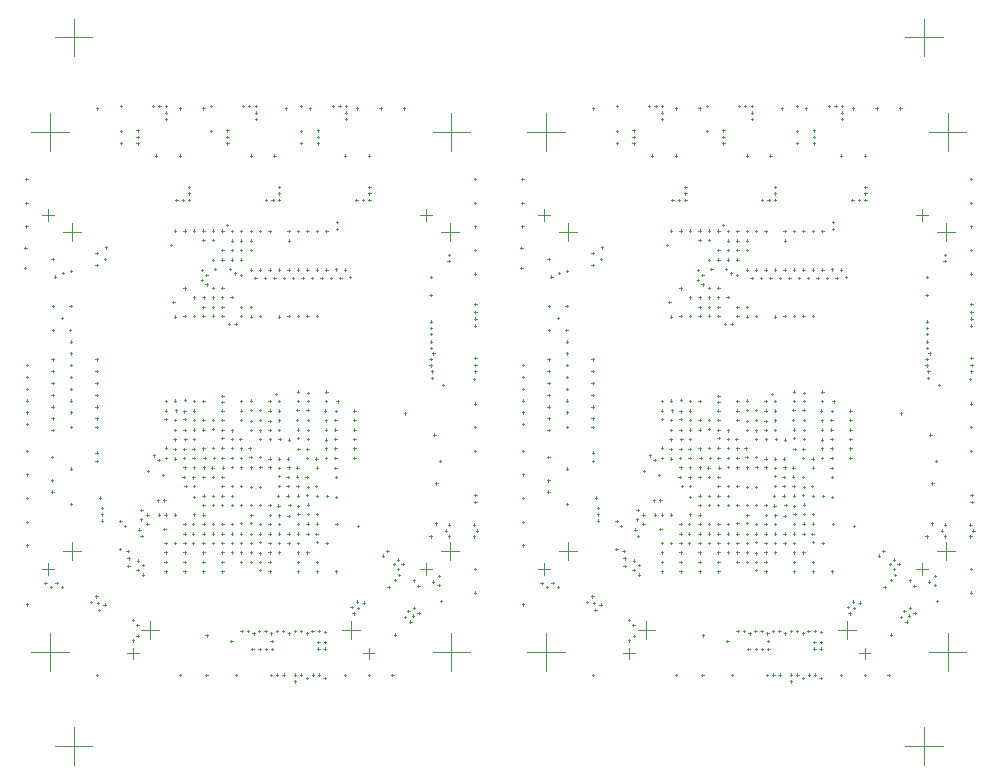
<source format=gbr>
G04*
G04 #@! TF.GenerationSoftware,Altium Limited,Altium Designer,22.4.2 (48)*
G04*
G04 Layer_Color=128*
%FSAX24Y24*%
%MOIN*%
G70*
G04*
G04 #@! TF.SameCoordinates,CBA5B0EC-3C9A-411B-936C-A00E84A017FD*
G04*
G04*
G04 #@! TF.FilePolarity,Positive*
G04*
G01*
G75*
%ADD68C,0.0020*%
D68*
X033622Y025591D02*
X034882D01*
X034252Y024961D02*
Y026220D01*
X033622Y001969D02*
X034882D01*
X034252Y001339D02*
Y002598D01*
X005276Y001969D02*
X006535D01*
X005906Y001339D02*
Y002598D01*
X005276Y025591D02*
X006535D01*
X005906Y024961D02*
Y026220D01*
X017874Y005118D02*
X019134D01*
X018504Y004488D02*
Y005748D01*
X004488Y005118D02*
X005748D01*
X005118Y004488D02*
Y005748D01*
X017874Y022441D02*
X019134D01*
X018504Y021811D02*
Y023071D01*
X004488Y022441D02*
X005748D01*
X005118Y021811D02*
Y023071D01*
X007687Y005059D02*
X008081D01*
X007884Y004862D02*
Y005256D01*
X015541Y005059D02*
X015935D01*
X015738Y004862D02*
Y005256D01*
X008169Y005846D02*
X008760D01*
X008465Y005551D02*
Y006142D01*
X014862Y005846D02*
X015453D01*
X015157Y005551D02*
Y006142D01*
X004862Y019675D02*
X005256D01*
X005059Y019478D02*
Y019872D01*
X004862Y007884D02*
X005256D01*
X005059Y007687D02*
Y008081D01*
X005551Y019094D02*
X006142D01*
X005846Y018799D02*
Y019390D01*
X005551Y008465D02*
X006142D01*
X005846Y008169D02*
Y008760D01*
X017461Y019675D02*
X017854D01*
X017657Y019478D02*
Y019872D01*
X017461Y007884D02*
X017854D01*
X017657Y007687D02*
Y008081D01*
X018150Y019094D02*
X018740D01*
X018445Y018799D02*
Y019390D01*
X018150Y008465D02*
X018740D01*
X018445Y008169D02*
Y008760D01*
X013316Y010955D02*
X013396D01*
X013356Y010915D02*
Y010995D01*
X013636Y010941D02*
X013716D01*
X013676Y010901D02*
Y010981D01*
X013363Y011873D02*
X013443D01*
X013403Y011833D02*
Y011913D01*
X013976Y011250D02*
X014056D01*
X014016Y011210D02*
Y011290D01*
X013946Y010630D02*
X014026D01*
X013986Y010590D02*
Y010670D01*
X013676Y010616D02*
X013756D01*
X013716Y010576D02*
Y010656D01*
X012952Y023228D02*
X013032D01*
X012992Y023188D02*
Y023268D01*
X013740Y023228D02*
X013820D01*
X013780Y023188D02*
Y023268D01*
X016102Y023228D02*
X016182D01*
X016142Y023188D02*
Y023268D01*
X015314Y023228D02*
X015394D01*
X015354Y023188D02*
Y023268D01*
X015708Y021654D02*
X015788D01*
X015748Y021614D02*
Y021694D01*
X014921Y021654D02*
X015001D01*
X014961Y021614D02*
Y021694D01*
X012558Y021654D02*
X012638D01*
X012598Y021614D02*
Y021694D01*
X011771Y021654D02*
X011851D01*
X011811Y021614D02*
Y021694D01*
X009409Y021654D02*
X009489D01*
X009449Y021614D02*
Y021694D01*
X008621Y021654D02*
X008701D01*
X008661Y021614D02*
Y021694D01*
X010196Y023228D02*
X010276D01*
X010236Y023188D02*
Y023268D01*
X009409Y023228D02*
X009489D01*
X009449Y023188D02*
Y023268D01*
X006653Y004331D02*
X006733D01*
X006693Y004291D02*
Y004371D01*
X004320Y006693D02*
X004400D01*
X004360Y006653D02*
Y006733D01*
X004320Y008661D02*
X004400D01*
X004360Y008621D02*
Y008701D01*
X004320Y009449D02*
X004400D01*
X004360Y009409D02*
Y009489D01*
X004320Y010236D02*
X004400D01*
X004360Y010196D02*
Y010276D01*
X004320Y011024D02*
X004400D01*
X004360Y010984D02*
Y011064D01*
X005157Y011614D02*
X005237D01*
X005197Y011574D02*
Y011654D01*
X005157Y010827D02*
X005237D01*
X005197Y010787D02*
Y010867D01*
X004320Y011811D02*
X004400D01*
X004360Y011771D02*
Y011851D01*
X019251Y007874D02*
X019331D01*
X019291Y007834D02*
Y007914D01*
X019251Y007087D02*
X019331D01*
X019291Y007047D02*
Y007127D01*
X019251Y013386D02*
X019331D01*
X019291Y013346D02*
Y013426D01*
X019251Y012599D02*
X019331D01*
X019291Y012559D02*
Y012639D01*
X019251Y011811D02*
X019331D01*
X019291Y011771D02*
Y011851D01*
X016495Y004331D02*
X016575D01*
X016535Y004291D02*
Y004371D01*
X015708Y004331D02*
X015788D01*
X015748Y004291D02*
Y004371D01*
X014921Y004331D02*
X015001D01*
X014961Y004291D02*
Y004371D01*
X009409Y004331D02*
X009489D01*
X009449Y004291D02*
Y004371D01*
X019251Y017717D02*
X019331D01*
X019291Y017677D02*
Y017757D01*
X019251Y018504D02*
X019331D01*
X019291Y018464D02*
Y018544D01*
X019251Y019291D02*
X019331D01*
X019291Y019251D02*
Y019331D01*
X019251Y020079D02*
X019331D01*
X019291Y020039D02*
Y020119D01*
X019251Y020866D02*
X019331D01*
X019291Y020826D02*
Y020906D01*
X016889Y023228D02*
X016969D01*
X016929Y023188D02*
Y023268D01*
X006653Y023228D02*
X006733D01*
X006693Y023188D02*
Y023268D01*
X004291Y019291D02*
X004371D01*
X004331Y019251D02*
Y019331D01*
X004291Y020079D02*
X004371D01*
X004331Y020039D02*
Y020119D01*
X004291Y020866D02*
X004371D01*
X004331Y020826D02*
Y020906D01*
X011269Y016033D02*
X011349D01*
X011309Y015993D02*
Y016073D01*
X011044Y016032D02*
X011124D01*
X011084Y015992D02*
Y016072D01*
X010511Y016319D02*
X010591D01*
X010551Y016279D02*
Y016359D01*
X011131Y016939D02*
X011211D01*
X011171Y016899D02*
Y016979D01*
X013021Y011555D02*
X013101D01*
X013061Y011515D02*
Y011595D01*
X012076Y012215D02*
X012156D01*
X012116Y012175D02*
Y012255D01*
X017894Y012351D02*
X017974D01*
X017934Y012311D02*
Y012391D01*
X012608Y013711D02*
X012688D01*
X012648Y013671D02*
Y013751D01*
X016916Y013057D02*
X016996D01*
X016956Y013017D02*
Y013097D01*
X017775Y016119D02*
X017855D01*
X017815Y016079D02*
Y016159D01*
X017767Y016998D02*
X017847D01*
X017807Y016958D02*
Y017038D01*
X017776Y017600D02*
X017856D01*
X017816Y017560D02*
Y017640D01*
X013346Y013474D02*
X013426D01*
X013386Y013434D02*
Y013514D01*
X013661Y011870D02*
X013741D01*
X013701Y011830D02*
Y011910D01*
X013046Y012186D02*
X013126D01*
X013086Y012146D02*
Y012226D01*
X013680Y012205D02*
X013760D01*
X013720Y012165D02*
Y012245D01*
X013651Y011575D02*
X013731D01*
X013691Y011535D02*
Y011615D01*
X013964Y011553D02*
X014044D01*
X014004Y011513D02*
Y011593D01*
X012706Y012515D02*
X012786D01*
X012746Y012475D02*
Y012555D01*
X012719Y012826D02*
X012799D01*
X012759Y012786D02*
Y012866D01*
X014669Y013462D02*
X014749D01*
X014709Y013422D02*
Y013502D01*
X014594Y012832D02*
X014674D01*
X014634Y012792D02*
Y012872D01*
X014607Y013145D02*
X014687D01*
X014647Y013105D02*
Y013185D01*
X015226Y012832D02*
X015306D01*
X015266Y012792D02*
Y012872D01*
X014594Y012517D02*
X014674D01*
X014634Y012477D02*
Y012557D01*
X015226Y012517D02*
X015306D01*
X015266Y012477D02*
Y012557D01*
X017864Y015057D02*
X017944D01*
X017904Y015017D02*
Y015097D01*
X017767Y014871D02*
X017847D01*
X017807Y014831D02*
Y014911D01*
X017767Y014661D02*
X017847D01*
X017807Y014621D02*
Y014701D01*
X017772Y015246D02*
X017852D01*
X017812Y015206D02*
Y015286D01*
X017772Y015456D02*
X017852D01*
X017812Y015416D02*
Y015496D01*
X018188Y014006D02*
X018268D01*
X018228Y013966D02*
Y014046D01*
X018368Y018130D02*
X018448D01*
X018408Y018090D02*
Y018170D01*
X018377Y018340D02*
X018457D01*
X018417Y018300D02*
Y018380D01*
X015078Y017611D02*
X015158D01*
X015118Y017571D02*
Y017651D01*
X008343Y011139D02*
X008423D01*
X008383Y011099D02*
Y011179D01*
X008839Y010999D02*
X008919D01*
X008879Y010959D02*
Y011039D01*
X009566Y011260D02*
X009646D01*
X009606Y011220D02*
Y011300D01*
X009534Y010942D02*
X009614D01*
X009574Y010902D02*
Y010982D01*
X009864Y010928D02*
X009944D01*
X009904Y010888D02*
Y010968D01*
X009886Y009690D02*
X009966D01*
X009926Y009650D02*
Y009730D01*
X009881Y010279D02*
X009961D01*
X009921Y010239D02*
Y010319D01*
X008129Y009843D02*
X008209D01*
X008169Y009803D02*
Y009883D01*
X009602Y010630D02*
X009682D01*
X009642Y010590D02*
Y010670D01*
X009881Y011260D02*
X009961D01*
X009921Y011220D02*
Y011300D01*
X009865Y011565D02*
X009945D01*
X009905Y011525D02*
Y011605D01*
X010231Y011575D02*
X010311D01*
X010271Y011535D02*
Y011615D01*
X009113Y018664D02*
X009193D01*
X009153Y018624D02*
Y018704D01*
X009254Y013484D02*
X009334D01*
X009294Y013444D02*
Y013524D01*
X008939Y013463D02*
X009019D01*
X008979Y013423D02*
Y013503D01*
X009540Y011567D02*
X009620D01*
X009580Y011527D02*
Y011607D01*
X017028Y006475D02*
X017108D01*
X017068Y006435D02*
Y006515D01*
X017180Y006317D02*
X017260D01*
X017220Y006277D02*
Y006357D01*
X016581Y007503D02*
X016661D01*
X016621Y007463D02*
Y007543D01*
X008685Y010157D02*
X008765D01*
X008725Y010117D02*
Y010197D01*
X008698Y011516D02*
X008778D01*
X008738Y011476D02*
Y011556D01*
X008543Y011661D02*
X008623D01*
X008583Y011621D02*
Y011701D01*
X008946Y011565D02*
X009026D01*
X008986Y011525D02*
Y011605D01*
X008943Y011917D02*
X009023D01*
X008983Y011877D02*
Y011957D01*
X008895Y010157D02*
X008975D01*
X008935Y010117D02*
Y010197D01*
X009192Y016772D02*
X009272D01*
X009232Y016732D02*
Y016812D01*
X009254Y016289D02*
X009334D01*
X009294Y016249D02*
Y016329D01*
X011456Y016604D02*
X011536D01*
X011496Y016564D02*
Y016644D01*
X010510Y016925D02*
X010590D01*
X010550Y016885D02*
Y016965D01*
X010820Y016929D02*
X010900D01*
X010860Y016889D02*
Y016969D01*
X010826Y013648D02*
X010906D01*
X010866Y013608D02*
Y013688D01*
X010829Y013432D02*
X010909D01*
X010869Y013392D02*
Y013472D01*
X006633Y014862D02*
X006713D01*
X006673Y014822D02*
Y014902D01*
X006633Y014468D02*
X006713D01*
X006673Y014428D02*
Y014509D01*
X006633Y014075D02*
X006713D01*
X006673Y014035D02*
Y014115D01*
X006633Y013681D02*
X006713D01*
X006673Y013641D02*
Y013721D01*
X006633Y013287D02*
X006713D01*
X006673Y013247D02*
Y013327D01*
X006633Y012894D02*
X006713D01*
X006673Y012854D02*
Y012934D01*
X006631Y012608D02*
X006711D01*
X006671Y012568D02*
Y012648D01*
X006636Y011752D02*
X006716D01*
X006676Y011712D02*
Y011792D01*
X006636Y011469D02*
X006716D01*
X006676Y011429D02*
Y011509D01*
X012086Y007830D02*
X012166D01*
X012126Y007790D02*
Y007870D01*
X011771Y008110D02*
X011851D01*
X011811Y008070D02*
Y008150D01*
X008895Y009213D02*
X008975D01*
X008935Y009173D02*
Y009253D01*
X013675Y010020D02*
X013755D01*
X013715Y009980D02*
Y010060D01*
X013677Y009702D02*
X013757D01*
X013717Y009662D02*
Y009742D01*
X018080Y011476D02*
X018160D01*
X018120Y011436D02*
Y011516D01*
X014005Y022490D02*
X014085D01*
X014045Y022450D02*
Y022530D01*
X014005Y022274D02*
X014085D01*
X014045Y022234D02*
Y022314D01*
X014005Y022057D02*
X014085D01*
X014045Y022017D02*
Y022097D01*
X010993Y022490D02*
X011073D01*
X011033Y022450D02*
Y022530D01*
X010993Y022274D02*
X011073D01*
X011033Y022234D02*
Y022314D01*
X010993Y022057D02*
X011073D01*
X011033Y022017D02*
Y022097D01*
X008001Y022057D02*
X008081D01*
X008041Y022017D02*
Y022097D01*
X008001Y022274D02*
X008081D01*
X008041Y022234D02*
Y022314D01*
X008001Y022490D02*
X008081D01*
X008041Y022450D02*
Y022530D01*
X013454Y023307D02*
X013534D01*
X013494Y023267D02*
Y023347D01*
X007450Y023307D02*
X007530D01*
X007490Y023267D02*
Y023347D01*
X010442Y023307D02*
X010522D01*
X010482Y023267D02*
Y023347D01*
X005161Y010452D02*
X005241D01*
X005201Y010412D02*
Y010492D01*
X008178Y007687D02*
X008259D01*
X008219Y007647D02*
Y007727D01*
X008178Y008002D02*
X008259D01*
X008219Y007962D02*
Y008042D01*
X008001Y007844D02*
X008081D01*
X008041Y007804D02*
Y007884D01*
X008011Y008150D02*
X008091D01*
X008051Y008110D02*
Y008190D01*
X007696Y007982D02*
X007776D01*
X007736Y007942D02*
Y008022D01*
X007698Y008228D02*
X007778D01*
X007738Y008188D02*
Y008268D01*
X007423Y008536D02*
X007503D01*
X007463Y008496D02*
Y008576D01*
X007667Y008474D02*
X007747D01*
X007707Y008434D02*
Y008514D01*
X013454Y022470D02*
X013534D01*
X013494Y022430D02*
Y022510D01*
X013454Y022077D02*
X013534D01*
X013494Y022037D02*
Y022117D01*
X010442Y022470D02*
X010522D01*
X010482Y022430D02*
Y022510D01*
X007450Y022077D02*
X007530D01*
X007490Y022037D02*
Y022117D01*
X007450Y022470D02*
X007530D01*
X007490Y022430D02*
Y022510D01*
X011456Y011572D02*
X011536D01*
X011496Y011532D02*
Y011612D01*
X011456Y011260D02*
X011536D01*
X011496Y011220D02*
Y011300D01*
X012401Y011555D02*
X012481D01*
X012441Y011515D02*
Y011595D01*
X012716Y011555D02*
X012796D01*
X012756Y011515D02*
Y011595D01*
X012716Y011240D02*
X012796D01*
X012756Y011200D02*
Y011280D01*
X012096Y011270D02*
X012176D01*
X012136Y011230D02*
Y011310D01*
X008935Y009684D02*
X009015D01*
X008975Y009644D02*
Y009724D01*
X006633Y018012D02*
X006713D01*
X006673Y017972D02*
Y018052D01*
X006919Y018209D02*
X006999D01*
X006959Y018169D02*
Y018249D01*
X007581Y009313D02*
X007661D01*
X007621Y009273D02*
Y009353D01*
X014950Y023083D02*
X015030D01*
X014990Y023043D02*
Y023123D01*
X014950Y023297D02*
X015030D01*
X014990Y023257D02*
Y023337D01*
X014734Y023297D02*
X014814D01*
X014774Y023257D02*
Y023337D01*
X014517Y023297D02*
X014597D01*
X014557Y023257D02*
Y023337D01*
X014950Y022873D02*
X015030D01*
X014990Y022833D02*
Y022913D01*
X011938Y023083D02*
X012018D01*
X011978Y023043D02*
Y023123D01*
X011938Y023297D02*
X012018D01*
X011978Y023257D02*
Y023337D01*
X011722Y023297D02*
X011802D01*
X011762Y023257D02*
Y023337D01*
X011505Y023297D02*
X011585D01*
X011545Y023257D02*
Y023337D01*
X011938Y022873D02*
X012018D01*
X011978Y022833D02*
Y022913D01*
X008946Y023083D02*
X009026D01*
X008986Y023043D02*
Y023123D01*
X008946Y023297D02*
X009026D01*
X008986Y023257D02*
Y023337D01*
X008730Y023297D02*
X008810D01*
X008770Y023257D02*
Y023337D01*
X008513Y023297D02*
X008593D01*
X008553Y023257D02*
Y023337D01*
X008946Y022873D02*
X009026D01*
X008986Y022833D02*
Y022913D01*
X012086Y010600D02*
X012166D01*
X012126Y010560D02*
Y010640D01*
X011771Y010600D02*
X011851D01*
X011811Y010560D02*
Y010640D01*
X015728Y020392D02*
X015808D01*
X015768Y020352D02*
Y020432D01*
X015728Y020177D02*
X015808D01*
X015768Y020137D02*
Y020217D01*
X015511Y020177D02*
X015591D01*
X015551Y020137D02*
Y020217D01*
X015295Y020177D02*
X015375D01*
X015335Y020137D02*
Y020217D01*
X015728Y020602D02*
X015808D01*
X015768Y020562D02*
Y020642D01*
X012716Y020392D02*
X012796D01*
X012756Y020352D02*
Y020432D01*
X012716Y020177D02*
X012796D01*
X012756Y020137D02*
Y020217D01*
X012499Y020177D02*
X012579D01*
X012539Y020137D02*
Y020217D01*
X012283Y020177D02*
X012363D01*
X012323Y020137D02*
Y020217D01*
X012716Y020602D02*
X012796D01*
X012756Y020562D02*
Y020642D01*
X009724Y020602D02*
X009804D01*
X009764Y020562D02*
Y020642D01*
X009291Y020177D02*
X009371D01*
X009331Y020137D02*
Y020217D01*
X009507Y020177D02*
X009587D01*
X009547Y020137D02*
Y020217D01*
X009724Y020177D02*
X009804D01*
X009764Y020137D02*
Y020217D01*
X009724Y020392D02*
X009804D01*
X009764Y020352D02*
Y020432D01*
X013362Y009702D02*
X013442D01*
X013402Y009662D02*
Y009742D01*
X013346Y009964D02*
X013426D01*
X013386Y009924D02*
Y010004D01*
X013067Y010000D02*
X013147D01*
X013107Y009960D02*
Y010040D01*
X013346Y010320D02*
X013426D01*
X013386Y010280D02*
Y010360D01*
X012694Y009988D02*
X012774D01*
X012734Y009948D02*
Y010028D01*
X012680Y010315D02*
X012760D01*
X012720Y010275D02*
Y010355D01*
X013667Y009384D02*
X013747D01*
X013707Y009344D02*
Y009424D01*
X010493Y011255D02*
X010573D01*
X010533Y011215D02*
Y011295D01*
X010514Y010940D02*
X010594D01*
X010554Y010900D02*
Y010980D01*
X012716Y010981D02*
X012796D01*
X012756Y010941D02*
Y011021D01*
X011141Y011900D02*
X011221D01*
X011181Y011860D02*
Y011940D01*
X011136Y011565D02*
X011216D01*
X011176Y011525D02*
Y011605D01*
X011456Y010630D02*
X011536D01*
X011496Y010590D02*
Y010670D01*
X011141Y010315D02*
X011221D01*
X011181Y010275D02*
Y010355D01*
X011141Y010630D02*
X011221D01*
X011181Y010590D02*
Y010670D01*
X011141Y011280D02*
X011221D01*
X011181Y011240D02*
Y011320D01*
X010821Y010000D02*
X010901D01*
X010861Y009960D02*
Y010040D01*
X010826Y010315D02*
X010906D01*
X010866Y010275D02*
Y010355D01*
X011766Y011604D02*
X011846D01*
X011806Y011564D02*
Y011644D01*
X012088Y011609D02*
X012168D01*
X012127Y011569D02*
Y011649D01*
X011735Y011890D02*
X011815D01*
X011775Y011850D02*
Y011930D01*
X010196Y010945D02*
X010276D01*
X010236Y010905D02*
Y010985D01*
X010856Y011255D02*
X010936D01*
X010896Y011215D02*
Y011295D01*
X012421Y012215D02*
X012501D01*
X012461Y012175D02*
Y012255D01*
X013345Y012239D02*
X013425D01*
X013385Y012199D02*
Y012279D01*
X014281Y011890D02*
X014361D01*
X014321Y011850D02*
Y011930D01*
X014274Y012188D02*
X014354D01*
X014314Y012148D02*
Y012228D01*
X014596Y012205D02*
X014676D01*
X014636Y012165D02*
Y012245D01*
X014283Y012520D02*
X014363D01*
X014323Y012480D02*
Y012560D01*
X014255Y013150D02*
X014335D01*
X014295Y013110D02*
Y013190D01*
X011795Y009675D02*
X011875D01*
X011835Y009635D02*
Y009715D01*
X010196Y009685D02*
X010276D01*
X010236Y009645D02*
Y009725D01*
X012723Y009658D02*
X012803D01*
X012763Y009618D02*
Y009698D01*
X012411Y009665D02*
X012491D01*
X012451Y009625D02*
Y009705D01*
X013001Y010320D02*
X013081D01*
X013041Y010280D02*
Y010360D01*
X013031Y009649D02*
X013111D01*
X013071Y009609D02*
Y009689D01*
X012074Y010005D02*
X012154D01*
X012114Y009965D02*
Y010045D01*
X010201Y009369D02*
X010281D01*
X010241Y009329D02*
Y009409D01*
X009845Y009370D02*
X009925D01*
X009885Y009330D02*
Y009410D01*
X010511Y009370D02*
X010591D01*
X010551Y009330D02*
Y009410D01*
X009845Y009055D02*
X009925D01*
X009885Y009015D02*
Y009095D01*
X010511Y009055D02*
X010591D01*
X010551Y009015D02*
Y009095D01*
X010201Y010320D02*
X010281D01*
X010241Y010280D02*
Y010360D01*
X009251Y008740D02*
X009331D01*
X009291Y008700D02*
Y008780D01*
X009845Y008740D02*
X009925D01*
X009885Y008700D02*
Y008780D01*
X010511Y010000D02*
X010591D01*
X010551Y009960D02*
Y010040D01*
X010201Y009055D02*
X010281D01*
X010241Y009015D02*
Y009095D01*
X010826Y009055D02*
X010906D01*
X010866Y009015D02*
Y009095D01*
X010196Y008425D02*
X010276D01*
X010236Y008385D02*
Y008465D01*
X010196Y008740D02*
X010276D01*
X010236Y008700D02*
Y008780D01*
X009566Y009055D02*
X009646D01*
X009606Y009015D02*
Y009095D01*
X010547Y011575D02*
X010627D01*
X010587Y011535D02*
Y011615D01*
X010826Y010945D02*
X010906D01*
X010866Y010905D02*
Y010985D01*
X013327Y013164D02*
X013407D01*
X013367Y013124D02*
Y013204D01*
X013310Y012835D02*
X013390D01*
X013350Y012795D02*
Y012875D01*
X013683Y012840D02*
X013763D01*
X013723Y012800D02*
Y012880D01*
X013668Y013177D02*
X013748D01*
X013708Y013137D02*
Y013217D01*
X013671Y013740D02*
X013751D01*
X013711Y013700D02*
Y013780D01*
X014645Y019449D02*
X014725D01*
X014685Y019409D02*
Y019489D01*
X014645Y019213D02*
X014725D01*
X014685Y019173D02*
Y019253D01*
X011772Y013489D02*
X011852D01*
X011812Y013449D02*
Y013529D01*
X014281Y011565D02*
X014361D01*
X014321Y011525D02*
Y011605D01*
X017767Y008957D02*
X017847D01*
X017807Y008917D02*
Y008997D01*
X017944Y009392D02*
X018024D01*
X017984Y009352D02*
Y009432D01*
X017962Y010728D02*
X018042D01*
X018002Y010688D02*
Y010768D01*
X019221Y014203D02*
X019301D01*
X019261Y014163D02*
Y014243D01*
X019261Y014911D02*
X019341D01*
X019301Y014871D02*
Y014951D01*
X019261Y016703D02*
X019341D01*
X019301Y016663D02*
Y016743D01*
X019241Y015984D02*
X019321D01*
X019281Y015944D02*
Y016024D01*
X011127Y005478D02*
X011207D01*
X011167Y005438D02*
Y005518D01*
X010295Y004331D02*
X010375D01*
X010335Y004291D02*
Y004371D01*
X011279Y004331D02*
X011359D01*
X011319Y004291D02*
Y004371D01*
X011825Y005208D02*
X011905D01*
X011865Y005168D02*
Y005248D01*
X010302Y005657D02*
X010382D01*
X010342Y005617D02*
Y005697D01*
X005255Y017618D02*
X005335D01*
X005295Y017578D02*
Y017658D01*
X005169Y018209D02*
X005249D01*
X005209Y018169D02*
Y018249D01*
X018041Y007648D02*
X018121D01*
X018081Y007608D02*
Y007688D01*
X017843Y007451D02*
X017923D01*
X017883Y007411D02*
Y007491D01*
X018036Y007338D02*
X018116D01*
X018076Y007298D02*
Y007378D01*
X018119Y006811D02*
X018199D01*
X018159Y006771D02*
Y006851D01*
X016367Y007274D02*
X016447D01*
X016407Y007234D02*
Y007314D01*
X015201Y006395D02*
X015281D01*
X015241Y006355D02*
Y006435D01*
X013249Y004129D02*
X013329D01*
X013289Y004089D02*
Y004169D01*
X012447Y004339D02*
X012527D01*
X012487Y004299D02*
Y004379D01*
X005472Y016230D02*
X005552D01*
X005512Y016190D02*
Y016270D01*
X005757Y015846D02*
X005837D01*
X005797Y015806D02*
Y015886D01*
X005177Y015846D02*
X005257D01*
X005217Y015806D02*
Y015886D01*
X005177Y016634D02*
X005257D01*
X005217Y016594D02*
Y016674D01*
X005767Y016634D02*
X005847D01*
X005807Y016594D02*
Y016674D01*
X013346Y007795D02*
X013426D01*
X013386Y007755D02*
Y007835D01*
X008002Y005639D02*
X008082D01*
X008042Y005599D02*
Y005679D01*
X007854Y005491D02*
X007934D01*
X007894Y005451D02*
Y005531D01*
X005117Y007264D02*
X005197D01*
X005157Y007224D02*
Y007304D01*
X005482Y007264D02*
X005562D01*
X005522Y007224D02*
Y007304D01*
X004930Y007402D02*
X005010D01*
X004970Y007362D02*
Y007442D01*
X005302Y007402D02*
X005382D01*
X005342Y007362D02*
Y007442D01*
X007430Y009475D02*
X007510D01*
X007470Y009435D02*
Y009515D01*
X014238Y005438D02*
X014318D01*
X014278Y005398D02*
Y005478D01*
X014025Y005433D02*
X014105D01*
X014065Y005393D02*
Y005473D01*
X014025Y005217D02*
X014105D01*
X014065Y005177D02*
Y005257D01*
X014235Y005217D02*
X014315D01*
X014275Y005177D02*
Y005257D01*
X014245Y005776D02*
X014325D01*
X014285Y005736D02*
Y005816D01*
X012470Y005472D02*
X012550D01*
X012510Y005432D02*
Y005512D01*
X017214Y006575D02*
X017294D01*
X017254Y006535D02*
Y006615D01*
X016919Y006280D02*
X016999D01*
X016959Y006240D02*
Y006320D01*
X017096Y006122D02*
X017176D01*
X017136Y006082D02*
Y006162D01*
X017367Y006413D02*
X017447D01*
X017407Y006373D02*
Y006453D01*
X016584Y005689D02*
X016664D01*
X016624Y005649D02*
Y005729D01*
X016835Y008032D02*
X016915D01*
X016875Y007992D02*
Y008072D01*
X016689Y008183D02*
X016769D01*
X016729Y008143D02*
Y008223D01*
X016325Y008472D02*
X016405D01*
X016365Y008432D02*
Y008512D01*
X016722Y007667D02*
X016802D01*
X016762Y007627D02*
Y007707D01*
X016688Y007881D02*
X016768D01*
X016728Y007841D02*
Y007921D01*
X016540Y008034D02*
X016620D01*
X016580Y007994D02*
Y008074D01*
X016181Y008319D02*
X016261D01*
X016221Y008279D02*
Y008359D01*
X007852Y006167D02*
X007932D01*
X007892Y006127D02*
Y006207D01*
X007992Y006004D02*
X008072D01*
X008032Y005964D02*
Y006044D01*
X006673Y006732D02*
X006753D01*
X006713Y006692D02*
Y006772D01*
X006898Y006684D02*
X006978D01*
X006938Y006644D02*
Y006724D01*
X006722Y006508D02*
X006802D01*
X006762Y006468D02*
Y006548D01*
X006625Y006958D02*
X006705D01*
X006665Y006918D02*
Y006998D01*
X006448Y006782D02*
X006528D01*
X006488Y006742D02*
Y006822D01*
X010511Y008740D02*
X010591D01*
X010551Y008700D02*
Y008780D01*
X010826Y008110D02*
X010906D01*
X010866Y008070D02*
Y008150D01*
X010826Y007795D02*
X010906D01*
X010866Y007755D02*
Y007835D01*
X009566Y009370D02*
X009646D01*
X009606Y009330D02*
Y009410D01*
X013333Y010630D02*
X013413D01*
X013373Y010590D02*
Y010670D01*
X012999Y010631D02*
X013079D01*
X013039Y010591D02*
Y010671D01*
X013326Y011250D02*
X013406D01*
X013366Y011210D02*
Y011290D01*
X013031Y011260D02*
X013111D01*
X013071Y011220D02*
Y011300D01*
X013001Y010945D02*
X013081D01*
X013041Y010905D02*
Y010985D01*
X017211Y007490D02*
X017291D01*
X017251Y007450D02*
Y007530D01*
X017362Y007303D02*
X017442D01*
X017402Y007263D02*
Y007343D01*
X011445Y017665D02*
X011525D01*
X011485Y017625D02*
Y017705D01*
X011245Y017729D02*
X011325D01*
X011285Y017689D02*
Y017769D01*
X011771Y016614D02*
X011851D01*
X011811Y016574D02*
Y016654D01*
X012086Y008393D02*
X012166D01*
X012126Y008353D02*
Y008433D01*
X012084Y008768D02*
X012164D01*
X012124Y008728D02*
Y008808D01*
X011771Y009037D02*
X011851D01*
X011811Y008997D02*
Y009077D01*
X011456Y009400D02*
X011536D01*
X011496Y009360D02*
Y009440D01*
X011771Y009400D02*
X011851D01*
X011811Y009360D02*
Y009440D01*
X015354Y009311D02*
X015434D01*
X015394Y009271D02*
Y009351D01*
X010984Y019331D02*
X011064D01*
X011024Y019291D02*
Y019371D01*
X010826Y019154D02*
X010906D01*
X010866Y019114D02*
Y019194D01*
X010511Y018839D02*
X010591D01*
X010551Y018799D02*
Y018879D01*
X010196Y018831D02*
X010276D01*
X010236Y018791D02*
Y018871D01*
X010196Y019151D02*
X010276D01*
X010236Y019111D02*
Y019191D01*
X010511Y019154D02*
X010591D01*
X010551Y019114D02*
Y019194D01*
X009251Y019154D02*
X009331D01*
X009291Y019114D02*
Y019194D01*
X013683Y012516D02*
X013763D01*
X013723Y012476D02*
Y012556D01*
X009232Y011882D02*
X009312D01*
X009272Y011841D02*
Y011921D01*
X009562Y011877D02*
X009642D01*
X009602Y011837D02*
Y011917D01*
X009869Y011882D02*
X009949D01*
X009909Y011842D02*
Y011922D01*
X009576Y013504D02*
X009656D01*
X009616Y013464D02*
Y013544D01*
X009564Y013124D02*
X009644D01*
X009604Y013084D02*
Y013164D01*
X010219Y011258D02*
X010299D01*
X010259Y011218D02*
Y011298D01*
X009231Y012195D02*
X009311D01*
X009271Y012155D02*
Y012235D01*
X009593Y012197D02*
X009673D01*
X009633Y012157D02*
Y012237D01*
X011771Y012815D02*
X011851D01*
X011811Y012775D02*
Y012855D01*
X012086Y012844D02*
X012166D01*
X012126Y012804D02*
Y012884D01*
X011456Y012835D02*
X011536D01*
X011496Y012795D02*
Y012875D01*
X006810Y009485D02*
X006890D01*
X006850Y009445D02*
Y009525D01*
X006810Y009695D02*
X006890D01*
X006850Y009655D02*
Y009735D01*
X009251Y012844D02*
X009331D01*
X009291Y012804D02*
Y012884D01*
X009271Y013159D02*
X009351D01*
X009311Y013119D02*
Y013199D01*
X014281Y012825D02*
X014361D01*
X014321Y012785D02*
Y012865D01*
X014921Y017854D02*
X015001D01*
X014961Y017814D02*
Y017894D01*
X014763Y017579D02*
X014843D01*
X014803Y017539D02*
Y017619D01*
X014606Y017858D02*
X014686D01*
X014646Y017818D02*
Y017898D01*
X014448Y017579D02*
X014528D01*
X014488Y017539D02*
Y017619D01*
X014291Y017854D02*
X014371D01*
X014331Y017814D02*
Y017894D01*
X014131Y017578D02*
X014211D01*
X014171Y017538D02*
Y017618D01*
X013976Y017854D02*
X014056D01*
X014016Y017814D02*
Y017894D01*
X013818Y017579D02*
X013898D01*
X013858Y017539D02*
Y017619D01*
X013661Y017854D02*
X013741D01*
X013701Y017814D02*
Y017894D01*
X013503Y017579D02*
X013583D01*
X013543Y017539D02*
Y017619D01*
X013346Y017854D02*
X013426D01*
X013386Y017814D02*
Y017894D01*
X013189Y017578D02*
X013269D01*
X013229Y017538D02*
Y017618D01*
X013031Y017854D02*
X013111D01*
X013071Y017814D02*
Y017894D01*
X012873Y017579D02*
X012953D01*
X012913Y017539D02*
Y017619D01*
X012558Y017579D02*
X012638D01*
X012598Y017539D02*
Y017619D01*
X012716Y017854D02*
X012796D01*
X012756Y017814D02*
Y017894D01*
X012401Y017854D02*
X012481D01*
X012441Y017814D02*
Y017894D01*
X012243Y017579D02*
X012323D01*
X012283Y017539D02*
Y017619D01*
X012086Y017854D02*
X012166D01*
X012126Y017814D02*
Y017894D01*
X011929Y017578D02*
X012009D01*
X011969Y017538D02*
Y017618D01*
X018274Y009154D02*
X018354D01*
X018314Y009114D02*
Y009194D01*
X019323Y009154D02*
X019403D01*
X019363Y009114D02*
Y009194D01*
X019263Y010115D02*
X019343D01*
X019303Y010075D02*
Y010155D01*
X019264Y010344D02*
X019344D01*
X019304Y010304D02*
Y010384D01*
X019224Y009350D02*
X019304D01*
X019264Y009310D02*
Y009390D01*
X019224Y008957D02*
X019304D01*
X019264Y008917D02*
Y008997D01*
X018373Y009350D02*
X018453D01*
X018413Y009310D02*
Y009390D01*
X018373Y008957D02*
X018453D01*
X018413Y008917D02*
Y008997D01*
X015315Y006783D02*
X015395D01*
X015355Y006743D02*
Y006823D01*
X015136Y006604D02*
X015216D01*
X015176Y006564D02*
Y006644D01*
X015344Y006575D02*
X015424D01*
X015384Y006535D02*
Y006615D01*
X015531Y006752D02*
X015611D01*
X015571Y006712D02*
Y006792D01*
X004261Y018573D02*
X004341D01*
X004301Y018533D02*
Y018613D01*
X004257Y017913D02*
X004337D01*
X004297Y017873D02*
Y017953D01*
X005775Y017815D02*
X005855D01*
X005815Y017775D02*
Y017855D01*
X019263Y014667D02*
X019343D01*
X019303Y014627D02*
Y014707D01*
X019261Y014457D02*
X019341D01*
X019301Y014417D02*
Y014497D01*
X008060Y009189D02*
X008140D01*
X008100Y009149D02*
Y009229D01*
X008135Y008976D02*
X008215D01*
X008175Y008936D02*
Y009016D01*
X008326Y009380D02*
X008406D01*
X008366Y009340D02*
Y009420D01*
X008119Y009528D02*
X008199D01*
X008159Y009488D02*
Y009568D01*
X008326Y009685D02*
X008406D01*
X008366Y009645D02*
Y009725D01*
X006810Y009911D02*
X006890D01*
X006850Y009871D02*
Y009951D01*
X005779Y010030D02*
X005859D01*
X005819Y009990D02*
Y010070D01*
X005787Y011217D02*
X005867D01*
X005827Y011177D02*
Y011257D01*
X005511Y017744D02*
X005591D01*
X005551Y017704D02*
Y017784D01*
X005775Y013091D02*
X005855D01*
X005815Y013051D02*
Y013131D01*
X006753Y010256D02*
X006833D01*
X006793Y010216D02*
Y010296D01*
X008720Y009685D02*
X008800D01*
X008760Y009645D02*
Y009725D01*
X012401Y012815D02*
X012481D01*
X012441Y012775D02*
Y012855D01*
X011456Y011890D02*
X011536D01*
X011496Y011850D02*
Y011930D01*
X011427Y012205D02*
X011507D01*
X011467Y012165D02*
Y012245D01*
X011771Y013179D02*
X011851D01*
X011811Y013139D02*
Y013219D01*
X012736Y012205D02*
X012816D01*
X012776Y012165D02*
Y012245D01*
X012401Y012500D02*
X012481D01*
X012441Y012460D02*
Y012540D01*
X011781Y012500D02*
X011861D01*
X011821Y012460D02*
Y012540D01*
X012716Y009370D02*
X012796D01*
X012756Y009330D02*
Y009410D01*
X019261Y016437D02*
X019341D01*
X019301Y016397D02*
Y016477D01*
X019261Y016218D02*
X019341D01*
X019301Y016178D02*
Y016258D01*
X006948Y018593D02*
X007028D01*
X006988Y018553D02*
Y018633D01*
X006633Y018406D02*
X006713D01*
X006673Y018366D02*
Y018446D01*
X005775Y015453D02*
X005855D01*
X005815Y015413D02*
Y015493D01*
X005169Y014862D02*
X005249D01*
X005209Y014822D02*
Y014902D01*
X005789Y012599D02*
X005869D01*
X005829Y012559D02*
Y012639D01*
X013984Y009704D02*
X014064D01*
X014024Y009664D02*
Y009744D01*
X013346Y009380D02*
X013426D01*
X013386Y009340D02*
Y009420D01*
X013983Y009384D02*
X014063D01*
X014023Y009344D02*
Y009424D01*
X013346Y008110D02*
X013426D01*
X013386Y008070D02*
Y008150D01*
X013031Y008740D02*
X013111D01*
X013071Y008700D02*
Y008780D01*
X012086Y008110D02*
X012166D01*
X012126Y008070D02*
Y008150D01*
X012401Y008110D02*
X012481D01*
X012441Y008070D02*
Y008150D01*
X011456Y008110D02*
X011536D01*
X011496Y008070D02*
Y008150D01*
X011141Y008425D02*
X011221D01*
X011181Y008385D02*
Y008465D01*
X012083Y013169D02*
X012163D01*
X012124Y013129D02*
Y013209D01*
X012086Y012490D02*
X012166D01*
X012126Y012450D02*
Y012530D01*
X012401Y013150D02*
X012481D01*
X012441Y013110D02*
Y013190D01*
X011141Y012490D02*
X011221D01*
X011181Y012450D02*
Y012530D01*
X011141Y012205D02*
X011221D01*
X011181Y012165D02*
Y012245D01*
X012716Y016289D02*
X012796D01*
X012756Y016249D02*
Y016329D01*
X013041Y018819D02*
X013121D01*
X013081Y018779D02*
Y018859D01*
X011774Y019142D02*
X011854D01*
X011814Y019102D02*
Y019182D01*
X011774Y016289D02*
X011854D01*
X011814Y016249D02*
Y016329D01*
X010196Y010000D02*
X010276D01*
X010236Y009960D02*
Y010040D01*
X014596Y011575D02*
X014676D01*
X014636Y011535D02*
Y011615D01*
X013346Y012520D02*
X013426D01*
X013386Y012480D02*
Y012560D01*
X014596Y011890D02*
X014676D01*
X014636Y011850D02*
Y011930D01*
X011771Y017854D02*
X011851D01*
X011811Y017814D02*
Y017894D01*
X010826Y012500D02*
X010906D01*
X010866Y012460D02*
Y012540D01*
X010830Y012232D02*
X010910D01*
X010870Y012192D02*
Y012272D01*
X010826Y018189D02*
X010906D01*
X010866Y018149D02*
Y018229D01*
X011141Y018189D02*
X011221D01*
X011181Y018149D02*
Y018229D01*
X008943Y013153D02*
X009023D01*
X008983Y013113D02*
Y013193D01*
X010301Y017362D02*
X010381D01*
X010341Y017322D02*
Y017402D01*
X010155Y017515D02*
X010235D01*
X010195Y017475D02*
Y017555D01*
X010826Y012835D02*
X010906D01*
X010866Y012795D02*
Y012875D01*
X010511Y017244D02*
X010591D01*
X010551Y017204D02*
Y017284D01*
X009881Y013465D02*
X009961D01*
X009921Y013425D02*
Y013505D01*
X010826Y011900D02*
X010906D01*
X010866Y011860D02*
Y011940D01*
X011456Y013465D02*
X011536D01*
X011496Y013425D02*
Y013505D01*
X010196Y013465D02*
X010276D01*
X010236Y013425D02*
Y013505D01*
X010511Y011900D02*
X010591D01*
X010551Y011860D02*
Y011940D01*
X011456Y013150D02*
X011536D01*
X011496Y013110D02*
Y013190D01*
X010511Y012835D02*
X010591D01*
X010551Y012795D02*
Y012875D01*
X010826Y013150D02*
X010906D01*
X010866Y013110D02*
Y013190D01*
X011072Y017864D02*
X011152D01*
X011112Y017824D02*
Y017904D01*
X011141Y018819D02*
X011221D01*
X011181Y018779D02*
Y018859D01*
X010196Y012520D02*
X010276D01*
X010236Y012480D02*
Y012560D01*
X010590Y017864D02*
X010670D01*
X010630Y017824D02*
Y017904D01*
X011456Y018189D02*
X011536D01*
X011496Y018149D02*
Y018229D01*
X009566Y012864D02*
X009646D01*
X009606Y012824D02*
Y012904D01*
X010826Y016614D02*
X010906D01*
X010866Y016574D02*
Y016654D01*
X010196Y012835D02*
X010276D01*
X010236Y012795D02*
Y012875D01*
X009881Y012520D02*
X009961D01*
X009921Y012480D02*
Y012560D01*
X010826Y017244D02*
X010906D01*
X010866Y017204D02*
Y017284D01*
X009881Y012835D02*
X009961D01*
X009921Y012795D02*
Y012875D01*
X010511Y018179D02*
X010591D01*
X010551Y018139D02*
Y018219D01*
X009881Y010630D02*
X009961D01*
X009921Y010590D02*
Y010670D01*
X011771Y018504D02*
X011851D01*
X011811Y018464D02*
Y018544D01*
X010295Y017677D02*
X010375D01*
X010335Y017637D02*
Y017717D01*
X011781Y018819D02*
X011861D01*
X011821Y018779D02*
Y018859D01*
X010147Y017835D02*
X010227D01*
X010187Y017795D02*
Y017875D01*
X011141Y018504D02*
X011221D01*
X011181Y018464D02*
Y018544D01*
X009251Y012510D02*
X009331D01*
X009291Y012470D02*
Y012550D01*
X010826Y018504D02*
X010906D01*
X010866Y018464D02*
Y018544D01*
X009251Y011555D02*
X009331D01*
X009291Y011515D02*
Y011595D01*
X009881Y012205D02*
X009961D01*
X009921Y012165D02*
Y012245D01*
X014320Y010315D02*
X014400D01*
X014360Y010275D02*
Y010355D01*
X014606Y010279D02*
X014686D01*
X014646Y010239D02*
Y010319D01*
X012402Y013469D02*
X012482D01*
X012442Y013429D02*
Y013509D01*
X013346Y013789D02*
X013426D01*
X013386Y013749D02*
Y013829D01*
X013681Y013465D02*
X013761D01*
X013721Y013425D02*
Y013505D01*
X015226Y013150D02*
X015306D01*
X015266Y013110D02*
Y013190D01*
X012716Y013465D02*
X012796D01*
X012756Y013425D02*
Y013505D01*
X014281Y013474D02*
X014361D01*
X014321Y013434D02*
Y013514D01*
X014596Y011240D02*
X014676D01*
X014636Y011200D02*
Y011280D01*
X012716Y013150D02*
X012796D01*
X012756Y013110D02*
Y013190D01*
X014291Y013784D02*
X014371D01*
X014331Y013744D02*
Y013824D01*
X015226Y011575D02*
X015306D01*
X015266Y011535D02*
Y011615D01*
X015226Y012205D02*
X015306D01*
X015266Y012165D02*
Y012245D01*
X015226Y011890D02*
X015306D01*
X015266Y011850D02*
Y011930D01*
X013651Y010335D02*
X013731D01*
X013691Y010295D02*
Y010375D01*
X012056Y005815D02*
X012136D01*
X012096Y005775D02*
Y005855D01*
X012266Y005815D02*
X012346D01*
X012306Y005775D02*
Y005855D01*
X012647Y005815D02*
X012727D01*
X012687Y005775D02*
Y005855D01*
X012857Y005815D02*
X012937D01*
X012897Y005775D02*
Y005855D01*
X013238Y005815D02*
X013318D01*
X013278Y005775D02*
Y005855D01*
X013448Y005815D02*
X013528D01*
X013488Y005775D02*
Y005855D01*
X013828Y005815D02*
X013908D01*
X013868Y005775D02*
Y005855D01*
X014038Y005815D02*
X014118D01*
X014078Y005775D02*
Y005855D01*
X010826Y008740D02*
X010906D01*
X010866Y008700D02*
Y008780D01*
X012069Y005211D02*
X012149D01*
X012109Y005171D02*
Y005251D01*
X010826Y008425D02*
X010906D01*
X010866Y008385D02*
Y008465D01*
X012279Y005211D02*
X012359D01*
X012319Y005171D02*
Y005251D01*
X009566Y008740D02*
X009646D01*
X009606Y008700D02*
Y008780D01*
X012657Y004350D02*
X012737D01*
X012697Y004310D02*
Y004390D01*
X009566Y008425D02*
X009646D01*
X009606Y008385D02*
Y008465D01*
X012867Y004350D02*
X012947D01*
X012907Y004310D02*
Y004390D01*
X008936Y008740D02*
X009016D01*
X008976Y008700D02*
Y008780D01*
X013247Y004350D02*
X013327D01*
X013287Y004310D02*
Y004390D01*
X008936Y008425D02*
X009016D01*
X008976Y008385D02*
Y008465D01*
X013457Y004350D02*
X013537D01*
X013497Y004310D02*
Y004390D01*
X013838Y004350D02*
X013918D01*
X013878Y004310D02*
Y004390D01*
X014048Y004350D02*
X014128D01*
X014088Y004310D02*
Y004390D01*
X011466Y005815D02*
X011546D01*
X011506Y005775D02*
Y005855D01*
X011676Y005815D02*
X011756D01*
X011716Y005775D02*
Y005855D01*
X013031Y016299D02*
X013111D01*
X013071Y016259D02*
Y016339D01*
X013661Y019134D02*
X013741D01*
X013701Y019094D02*
Y019174D01*
X013031Y019134D02*
X013111D01*
X013071Y019094D02*
Y019174D01*
X014291Y019134D02*
X014371D01*
X014331Y019094D02*
Y019174D01*
X013976Y016299D02*
X014056D01*
X014016Y016259D02*
Y016339D01*
X014606Y010945D02*
X014686D01*
X014646Y010905D02*
Y010985D01*
X014606Y007795D02*
X014686D01*
X014646Y007755D02*
Y007835D01*
X014300Y008746D02*
X014380D01*
X014340Y008706D02*
Y008786D01*
X014232Y004242D02*
X014312D01*
X014272Y004202D02*
Y004282D01*
X013638Y005725D02*
X013718D01*
X013678Y005685D02*
Y005765D01*
X013641Y004242D02*
X013721D01*
X013681Y004202D02*
Y004282D01*
X012716Y009055D02*
X012796D01*
X012756Y009015D02*
Y009095D01*
X012456Y005725D02*
X012536D01*
X012496Y005685D02*
Y005765D01*
X013047Y005725D02*
X013127D01*
X013087Y005685D02*
Y005765D01*
X012489Y005215D02*
X012569D01*
X012529Y005175D02*
Y005255D01*
X012086Y019144D02*
X012166D01*
X012126Y019104D02*
Y019184D01*
X011456Y018819D02*
X011536D01*
X011496Y018779D02*
Y018859D01*
X011141Y019144D02*
X011221D01*
X011181Y019104D02*
Y019184D01*
X010199Y016925D02*
X010279D01*
X010239Y016885D02*
Y016965D01*
X011456Y016299D02*
X011536D01*
X011496Y016259D02*
Y016339D01*
X010511Y016614D02*
X010591D01*
X010551Y016574D02*
Y016654D01*
X010511Y012549D02*
X010591D01*
X010551Y012509D02*
Y012589D01*
X010196Y016299D02*
X010276D01*
X010236Y016259D02*
Y016339D01*
X009566Y019154D02*
X009646D01*
X009606Y019114D02*
Y019194D01*
X009566Y016299D02*
X009646D01*
X009606Y016259D02*
Y016339D01*
X009566Y017224D02*
X009646D01*
X009606Y017184D02*
Y017264D01*
X009566Y012510D02*
X009646D01*
X009606Y012470D02*
Y012550D01*
X005775Y014665D02*
X005855D01*
X005815Y014625D02*
Y014705D01*
X004318Y014665D02*
X004398D01*
X004358Y014625D02*
Y014705D01*
X005169Y013681D02*
X005249D01*
X005209Y013641D02*
Y013721D01*
X004318Y012697D02*
X004398D01*
X004358Y012657D02*
Y012737D01*
X011771Y011260D02*
X011851D01*
X011811Y011220D02*
Y011300D01*
X012401Y011260D02*
X012481D01*
X012441Y011220D02*
Y011300D01*
X012401Y010000D02*
X012481D01*
X012441Y009960D02*
Y010040D01*
X011771Y010000D02*
X011851D01*
X011811Y009960D02*
Y010040D01*
X010826Y011575D02*
X010906D01*
X010866Y011535D02*
Y011615D01*
X011141Y010000D02*
X011221D01*
X011181Y009960D02*
Y010040D01*
X011141Y009370D02*
X011221D01*
X011181Y009330D02*
Y009410D01*
X010826Y009370D02*
X010906D01*
X010866Y009330D02*
Y009410D01*
X011771Y008740D02*
X011851D01*
X011811Y008700D02*
Y008780D01*
X011866Y005725D02*
X011946D01*
X011906Y005685D02*
Y005765D01*
X011141Y009055D02*
X011221D01*
X011181Y009015D02*
Y009095D01*
X011141Y008740D02*
X011221D01*
X011181Y008700D02*
Y008780D01*
X011456Y008425D02*
X011536D01*
X011496Y008385D02*
Y008465D01*
X009251Y009685D02*
X009331D01*
X009291Y009645D02*
Y009725D01*
X010196Y008110D02*
X010276D01*
X010236Y008070D02*
Y008150D01*
X009566Y008110D02*
X009646D01*
X009606Y008070D02*
Y008150D01*
X008936Y007795D02*
X009016D01*
X008976Y007755D02*
Y007835D01*
X004318Y013878D02*
X004398D01*
X004358Y013838D02*
Y013918D01*
X013976Y008776D02*
X014056D01*
X014016Y008736D02*
Y008816D01*
X013959Y009047D02*
X014039D01*
X013999Y009007D02*
Y009087D01*
X013346Y009055D02*
X013426D01*
X013386Y009015D02*
Y009095D01*
X013665Y009031D02*
X013745D01*
X013705Y008991D02*
Y009071D01*
X017775Y015699D02*
X017855D01*
X017815Y015659D02*
Y015739D01*
X017775Y015909D02*
X017855D01*
X017815Y015869D02*
Y015949D01*
X017806Y014249D02*
X017886D01*
X017846Y014209D02*
Y014289D01*
X017824Y014459D02*
X017904D01*
X017864Y014419D02*
Y014499D01*
X004318Y014272D02*
X004398D01*
X004358Y014232D02*
Y014312D01*
X013346Y016299D02*
X013426D01*
X013386Y016259D02*
Y016339D01*
X013976Y019134D02*
X014056D01*
X014016Y019094D02*
Y019174D01*
X013346Y019134D02*
X013426D01*
X013386Y019094D02*
Y019174D01*
X013986Y010315D02*
X014066D01*
X014026Y010275D02*
Y010355D01*
X013661Y016299D02*
X013741D01*
X013701Y016259D02*
Y016339D01*
X012401Y019134D02*
X012481D01*
X012441Y019094D02*
Y019174D01*
X011456Y019144D02*
X011536D01*
X011496Y019104D02*
Y019184D01*
X011456Y018504D02*
X011536D01*
X011496Y018464D02*
Y018544D01*
X009881Y019154D02*
X009961D01*
X009921Y019114D02*
Y019194D01*
X009881Y016929D02*
X009961D01*
X009921Y016889D02*
Y016969D01*
X012086Y016299D02*
X012166D01*
X012126Y016259D02*
Y016339D01*
X010196Y016614D02*
X010276D01*
X010236Y016574D02*
Y016654D01*
X010826Y016299D02*
X010906D01*
X010866Y016259D02*
Y016339D01*
X010196Y011890D02*
X010276D01*
X010236Y011850D02*
Y011930D01*
X009881Y013150D02*
X009961D01*
X009921Y013110D02*
Y013190D01*
X009881Y016299D02*
X009961D01*
X009921Y016259D02*
Y016339D01*
X008936Y012864D02*
X009016D01*
X008976Y012824D02*
Y012904D01*
X009566Y007795D02*
X009646D01*
X009606Y007755D02*
Y007835D01*
X010196Y007795D02*
X010276D01*
X010236Y007755D02*
Y007835D01*
X008936Y008110D02*
X009016D01*
X008976Y008070D02*
Y008150D01*
X011456Y010000D02*
X011536D01*
X011496Y009960D02*
Y010040D01*
X010826Y010630D02*
X010906D01*
X010866Y010590D02*
Y010670D01*
X012716Y010630D02*
X012796D01*
X012756Y010590D02*
Y010670D01*
X010511Y010315D02*
X010591D01*
X010551Y010275D02*
Y010355D01*
X012086Y009370D02*
X012166D01*
X012126Y009330D02*
Y009410D01*
X012401Y008425D02*
X012481D01*
X012441Y008385D02*
Y008465D01*
X013346Y008740D02*
X013426D01*
X013386Y008700D02*
Y008780D01*
X013976Y007795D02*
X014056D01*
X014016Y007755D02*
Y007835D01*
X014635Y009380D02*
X014715D01*
X014675Y009340D02*
Y009420D01*
X005169Y012500D02*
X005249D01*
X005209Y012460D02*
Y012540D01*
X005169Y014468D02*
X005249D01*
X005209Y014428D02*
Y014509D01*
X005775Y013484D02*
X005855D01*
X005815Y013444D02*
Y013524D01*
X005775Y013878D02*
X005855D01*
X005815Y013838D02*
Y013918D01*
X005775Y014272D02*
X005855D01*
X005815Y014232D02*
Y014312D01*
X005775Y015059D02*
X005855D01*
X005815Y015019D02*
Y015099D01*
X005169Y012894D02*
X005249D01*
X005209Y012854D02*
Y012934D01*
X005169Y013287D02*
X005249D01*
X005209Y013247D02*
Y013327D01*
X004318Y013091D02*
X004398D01*
X004358Y013051D02*
Y013131D01*
X004318Y013484D02*
X004398D01*
X004358Y013444D02*
Y013524D01*
X005169Y014075D02*
X005249D01*
X005209Y014035D02*
Y014115D01*
X013346Y008425D02*
X013426D01*
X013386Y008385D02*
Y008465D01*
X013661Y008425D02*
X013741D01*
X013701Y008385D02*
Y008465D01*
X013976Y008110D02*
X014056D01*
X014016Y008070D02*
Y008150D01*
X012716Y008425D02*
X012796D01*
X012756Y008385D02*
Y008465D01*
X012716Y008740D02*
X012796D01*
X012756Y008700D02*
Y008780D01*
X013031Y009055D02*
X013111D01*
X013071Y009015D02*
Y009095D01*
X012401Y008740D02*
X012481D01*
X012441Y008700D02*
Y008780D01*
X012401Y009055D02*
X012481D01*
X012441Y009015D02*
Y009095D01*
X012401Y009370D02*
X012481D01*
X012441Y009330D02*
Y009410D01*
X012086Y009055D02*
X012166D01*
X012126Y009015D02*
Y009095D01*
X011456Y009055D02*
X011536D01*
X011496Y009015D02*
Y009095D01*
X011456Y008740D02*
X011536D01*
X011496Y008700D02*
Y008780D01*
X011771Y008425D02*
X011851D01*
X011811Y008385D02*
Y008465D01*
X012401Y007795D02*
X012481D01*
X012441Y007755D02*
Y007835D01*
X034409Y005118D02*
X035669D01*
X035039Y004488D02*
Y005748D01*
X021024Y005118D02*
X022283D01*
X021654Y004488D02*
Y005748D01*
X034409Y022441D02*
X035669D01*
X035039Y021811D02*
Y023071D01*
X021024Y022441D02*
X022283D01*
X021654Y021811D02*
Y023071D01*
X024222Y005059D02*
X024616D01*
X024419Y004862D02*
Y005256D01*
X032077Y005059D02*
X032470D01*
X032274Y004862D02*
Y005256D01*
X024705Y005846D02*
X025295D01*
X025000Y005551D02*
Y006142D01*
X031398Y005846D02*
X031988D01*
X031693Y005551D02*
Y006142D01*
X021398Y019675D02*
X021791D01*
X021594Y019478D02*
Y019872D01*
X021398Y007884D02*
X021791D01*
X021594Y007687D02*
Y008081D01*
X022087Y019094D02*
X022677D01*
X022382Y018799D02*
Y019390D01*
X022087Y008465D02*
X022677D01*
X022382Y008169D02*
Y008760D01*
X033996Y019675D02*
X034390D01*
X034193Y019478D02*
Y019872D01*
X033996Y007884D02*
X034390D01*
X034193Y007687D02*
Y008081D01*
X034685Y019094D02*
X035276D01*
X034980Y018799D02*
Y019390D01*
X034685Y008465D02*
X035276D01*
X034980Y008169D02*
Y008760D01*
X029852Y010955D02*
X029932D01*
X029892Y010915D02*
Y010995D01*
X030171Y010941D02*
X030251D01*
X030211Y010901D02*
Y010981D01*
X029899Y011873D02*
X029979D01*
X029939Y011833D02*
Y011913D01*
X030511Y011250D02*
X030591D01*
X030551Y011210D02*
Y011290D01*
X030482Y010630D02*
X030562D01*
X030522Y010590D02*
Y010670D01*
X030212Y010616D02*
X030292D01*
X030252Y010576D02*
Y010656D01*
X029488Y023228D02*
X029568D01*
X029528Y023188D02*
Y023268D01*
X030275Y023228D02*
X030355D01*
X030315Y023188D02*
Y023268D01*
X032637Y023228D02*
X032717D01*
X032677Y023188D02*
Y023268D01*
X031850Y023228D02*
X031930D01*
X031890Y023188D02*
Y023268D01*
X032243Y021654D02*
X032323D01*
X032283Y021614D02*
Y021694D01*
X031456Y021654D02*
X031536D01*
X031496Y021614D02*
Y021694D01*
X029094Y021654D02*
X029174D01*
X029134Y021614D02*
Y021694D01*
X028306Y021654D02*
X028386D01*
X028346Y021614D02*
Y021694D01*
X025944Y021654D02*
X026024D01*
X025984Y021614D02*
Y021694D01*
X025157Y021654D02*
X025237D01*
X025197Y021614D02*
Y021694D01*
X026732Y023228D02*
X026812D01*
X026772Y023188D02*
Y023268D01*
X025944Y023228D02*
X026024D01*
X025984Y023188D02*
Y023268D01*
X023188Y004331D02*
X023268D01*
X023228Y004291D02*
Y004371D01*
X020856Y006693D02*
X020936D01*
X020896Y006653D02*
Y006733D01*
X020856Y008661D02*
X020936D01*
X020896Y008621D02*
Y008701D01*
X020856Y009449D02*
X020936D01*
X020896Y009409D02*
Y009489D01*
X020856Y010236D02*
X020936D01*
X020896Y010196D02*
Y010276D01*
X020856Y011024D02*
X020936D01*
X020896Y010984D02*
Y011064D01*
X021692Y011614D02*
X021772D01*
X021732Y011574D02*
Y011654D01*
X021692Y010827D02*
X021772D01*
X021732Y010787D02*
Y010867D01*
X020856Y011811D02*
X020936D01*
X020896Y011771D02*
Y011851D01*
X035787Y007874D02*
X035867D01*
X035827Y007834D02*
Y007914D01*
X035787Y007087D02*
X035867D01*
X035827Y007047D02*
Y007127D01*
X035787Y013386D02*
X035867D01*
X035827Y013346D02*
Y013426D01*
X035787Y012599D02*
X035867D01*
X035827Y012559D02*
Y012639D01*
X035787Y011811D02*
X035867D01*
X035827Y011771D02*
Y011851D01*
X033031Y004331D02*
X033111D01*
X033071Y004291D02*
Y004371D01*
X032243Y004331D02*
X032323D01*
X032283Y004291D02*
Y004371D01*
X031456Y004331D02*
X031536D01*
X031496Y004291D02*
Y004371D01*
X025944Y004331D02*
X026024D01*
X025984Y004291D02*
Y004371D01*
X035787Y017717D02*
X035867D01*
X035827Y017677D02*
Y017757D01*
X035787Y018504D02*
X035867D01*
X035827Y018464D02*
Y018544D01*
X035787Y019291D02*
X035867D01*
X035827Y019251D02*
Y019331D01*
X035787Y020079D02*
X035867D01*
X035827Y020039D02*
Y020119D01*
X035787Y020866D02*
X035867D01*
X035827Y020826D02*
Y020906D01*
X033425Y023228D02*
X033505D01*
X033465Y023188D02*
Y023268D01*
X023188Y023228D02*
X023268D01*
X023228Y023188D02*
Y023268D01*
X020826Y019291D02*
X020906D01*
X020866Y019251D02*
Y019331D01*
X020826Y020079D02*
X020906D01*
X020866Y020039D02*
Y020119D01*
X020826Y020866D02*
X020906D01*
X020866Y020826D02*
Y020906D01*
X027804Y016033D02*
X027884D01*
X027844Y015993D02*
Y016073D01*
X027579Y016032D02*
X027659D01*
X027619Y015992D02*
Y016072D01*
X027047Y016319D02*
X027127D01*
X027087Y016279D02*
Y016359D01*
X027667Y016939D02*
X027747D01*
X027707Y016899D02*
Y016979D01*
X029556Y011555D02*
X029636D01*
X029596Y011515D02*
Y011595D01*
X028612Y012215D02*
X028692D01*
X028652Y012175D02*
Y012255D01*
X034430Y012351D02*
X034510D01*
X034470Y012311D02*
Y012391D01*
X029143Y013711D02*
X029223D01*
X029183Y013671D02*
Y013751D01*
X033452Y013057D02*
X033532D01*
X033492Y013017D02*
Y013097D01*
X034310Y016119D02*
X034390D01*
X034350Y016079D02*
Y016159D01*
X034303Y016998D02*
X034383D01*
X034343Y016958D02*
Y017038D01*
X034312Y017600D02*
X034392D01*
X034352Y017560D02*
Y017640D01*
X029881Y013474D02*
X029961D01*
X029921Y013434D02*
Y013514D01*
X030196Y011870D02*
X030276D01*
X030236Y011830D02*
Y011910D01*
X029581Y012186D02*
X029661D01*
X029621Y012146D02*
Y012226D01*
X030216Y012205D02*
X030296D01*
X030256Y012165D02*
Y012245D01*
X030186Y011575D02*
X030266D01*
X030226Y011535D02*
Y011615D01*
X030499Y011553D02*
X030579D01*
X030539Y011513D02*
Y011593D01*
X029241Y012515D02*
X029321D01*
X029281Y012475D02*
Y012555D01*
X029254Y012826D02*
X029334D01*
X029294Y012786D02*
Y012866D01*
X031204Y013462D02*
X031284D01*
X031244Y013422D02*
Y013502D01*
X031129Y012832D02*
X031209D01*
X031169Y012792D02*
Y012872D01*
X031142Y013145D02*
X031222D01*
X031182Y013105D02*
Y013185D01*
X031761Y012832D02*
X031841D01*
X031801Y012792D02*
Y012872D01*
X031130Y012517D02*
X031210D01*
X031170Y012477D02*
Y012557D01*
X031761Y012517D02*
X031841D01*
X031801Y012477D02*
Y012557D01*
X034399Y015057D02*
X034479D01*
X034439Y015017D02*
Y015097D01*
X034303Y014871D02*
X034383D01*
X034343Y014831D02*
Y014911D01*
X034303Y014661D02*
X034383D01*
X034343Y014621D02*
Y014701D01*
X034307Y015246D02*
X034387D01*
X034347Y015206D02*
Y015286D01*
X034307Y015456D02*
X034387D01*
X034347Y015416D02*
Y015496D01*
X034724Y014006D02*
X034804D01*
X034764Y013966D02*
Y014046D01*
X034903Y018130D02*
X034983D01*
X034943Y018090D02*
Y018170D01*
X034913Y018340D02*
X034993D01*
X034953Y018300D02*
Y018380D01*
X031614Y017611D02*
X031694D01*
X031654Y017571D02*
Y017651D01*
X024878Y011139D02*
X024958D01*
X024918Y011099D02*
Y011179D01*
X025374Y010999D02*
X025454D01*
X025414Y010959D02*
Y011039D01*
X026102Y011260D02*
X026182D01*
X026142Y011220D02*
Y011300D01*
X026069Y010942D02*
X026149D01*
X026109Y010902D02*
Y010982D01*
X026400Y010928D02*
X026480D01*
X026440Y010888D02*
Y010968D01*
X026422Y009690D02*
X026502D01*
X026462Y009650D02*
Y009730D01*
X026417Y010279D02*
X026497D01*
X026457Y010239D02*
Y010319D01*
X024665Y009843D02*
X024745D01*
X024705Y009803D02*
Y009883D01*
X026138Y010630D02*
X026218D01*
X026178Y010590D02*
Y010670D01*
X026417Y011260D02*
X026497D01*
X026457Y011220D02*
Y011300D01*
X026400Y011565D02*
X026480D01*
X026440Y011525D02*
Y011605D01*
X026766Y011575D02*
X026846D01*
X026806Y011535D02*
Y011615D01*
X025649Y018664D02*
X025729D01*
X025689Y018624D02*
Y018704D01*
X025789Y013484D02*
X025869D01*
X025829Y013444D02*
Y013524D01*
X025474Y013463D02*
X025554D01*
X025514Y013423D02*
Y013503D01*
X026075Y011567D02*
X026155D01*
X026115Y011527D02*
Y011607D01*
X033564Y006475D02*
X033644D01*
X033604Y006435D02*
Y006515D01*
X033716Y006317D02*
X033796D01*
X033756Y006277D02*
Y006357D01*
X033116Y007503D02*
X033196D01*
X033156Y007463D02*
Y007543D01*
X025220Y010157D02*
X025300D01*
X025260Y010117D02*
Y010197D01*
X025233Y011516D02*
X025313D01*
X025273Y011476D02*
Y011556D01*
X025078Y011661D02*
X025158D01*
X025118Y011621D02*
Y011701D01*
X025482Y011565D02*
X025562D01*
X025522Y011525D02*
Y011605D01*
X025479Y011917D02*
X025559D01*
X025519Y011877D02*
Y011957D01*
X025430Y010157D02*
X025510D01*
X025470Y010117D02*
Y010197D01*
X025728Y016772D02*
X025808D01*
X025768Y016732D02*
Y016812D01*
X025789Y016289D02*
X025869D01*
X025829Y016249D02*
Y016329D01*
X027991Y016604D02*
X028071D01*
X028031Y016564D02*
Y016644D01*
X027045Y016925D02*
X027125D01*
X027085Y016885D02*
Y016965D01*
X027356Y016929D02*
X027436D01*
X027396Y016889D02*
Y016969D01*
X027362Y013648D02*
X027442D01*
X027402Y013608D02*
Y013688D01*
X027364Y013432D02*
X027444D01*
X027404Y013392D02*
Y013472D01*
X023169Y014862D02*
X023249D01*
X023209Y014822D02*
Y014902D01*
X023169Y014468D02*
X023249D01*
X023209Y014428D02*
Y014509D01*
X023169Y014075D02*
X023249D01*
X023209Y014035D02*
Y014115D01*
X023169Y013681D02*
X023249D01*
X023209Y013641D02*
Y013721D01*
X023169Y013287D02*
X023249D01*
X023209Y013247D02*
Y013327D01*
X023169Y012894D02*
X023249D01*
X023209Y012854D02*
Y012934D01*
X023166Y012608D02*
X023246D01*
X023206Y012568D02*
Y012648D01*
X023171Y011752D02*
X023251D01*
X023211Y011712D02*
Y011792D01*
X023171Y011469D02*
X023251D01*
X023211Y011429D02*
Y011509D01*
X028621Y007830D02*
X028701D01*
X028661Y007790D02*
Y007870D01*
X028306Y008110D02*
X028386D01*
X028346Y008070D02*
Y008150D01*
X025430Y009213D02*
X025510D01*
X025470Y009173D02*
Y009253D01*
X030210Y010020D02*
X030290D01*
X030250Y009980D02*
Y010060D01*
X030213Y009702D02*
X030293D01*
X030253Y009662D02*
Y009742D01*
X034616Y011476D02*
X034696D01*
X034656Y011436D02*
Y011516D01*
X030541Y022490D02*
X030621D01*
X030581Y022450D02*
Y022530D01*
X030541Y022274D02*
X030621D01*
X030581Y022234D02*
Y022314D01*
X030541Y022057D02*
X030621D01*
X030581Y022017D02*
Y022097D01*
X027529Y022490D02*
X027609D01*
X027569Y022450D02*
Y022530D01*
X027529Y022274D02*
X027609D01*
X027569Y022234D02*
Y022314D01*
X027529Y022057D02*
X027609D01*
X027569Y022017D02*
Y022097D01*
X024537Y022057D02*
X024617D01*
X024577Y022017D02*
Y022097D01*
X024537Y022274D02*
X024617D01*
X024577Y022234D02*
Y022314D01*
X024537Y022490D02*
X024617D01*
X024577Y022450D02*
Y022530D01*
X029990Y023307D02*
X030070D01*
X030030Y023267D02*
Y023347D01*
X023986Y023307D02*
X024066D01*
X024026Y023267D02*
Y023347D01*
X026978Y023307D02*
X027058D01*
X027018Y023267D02*
Y023347D01*
X021696Y010452D02*
X021776D01*
X021736Y010412D02*
Y010492D01*
X024714Y007687D02*
X024794D01*
X024754Y007647D02*
Y007727D01*
X024714Y008002D02*
X024794D01*
X024754Y007962D02*
Y008042D01*
X024537Y007844D02*
X024617D01*
X024577Y007804D02*
Y007884D01*
X024547Y008150D02*
X024627D01*
X024587Y008110D02*
Y008190D01*
X024232Y007982D02*
X024312D01*
X024272Y007942D02*
Y008022D01*
X024234Y008228D02*
X024314D01*
X024274Y008188D02*
Y008268D01*
X023958Y008536D02*
X024038D01*
X023998Y008496D02*
Y008576D01*
X024202Y008474D02*
X024282D01*
X024242Y008434D02*
Y008514D01*
X029990Y022470D02*
X030070D01*
X030030Y022430D02*
Y022510D01*
X029990Y022077D02*
X030070D01*
X030030Y022037D02*
Y022117D01*
X026978Y022470D02*
X027058D01*
X027018Y022430D02*
Y022510D01*
X023986Y022077D02*
X024066D01*
X024026Y022037D02*
Y022117D01*
X023986Y022470D02*
X024066D01*
X024026Y022430D02*
Y022510D01*
X027991Y011572D02*
X028071D01*
X028031Y011532D02*
Y011612D01*
X027991Y011260D02*
X028071D01*
X028031Y011220D02*
Y011300D01*
X028936Y011555D02*
X029016D01*
X028976Y011515D02*
Y011595D01*
X029251Y011555D02*
X029331D01*
X029291Y011515D02*
Y011595D01*
X029251Y011240D02*
X029331D01*
X029291Y011200D02*
Y011280D01*
X028631Y011270D02*
X028711D01*
X028671Y011230D02*
Y011310D01*
X025471Y009684D02*
X025551D01*
X025511Y009644D02*
Y009724D01*
X023169Y018012D02*
X023249D01*
X023209Y017972D02*
Y018052D01*
X023454Y018209D02*
X023534D01*
X023494Y018169D02*
Y018249D01*
X024117Y009313D02*
X024197D01*
X024157Y009273D02*
Y009353D01*
X031486Y023083D02*
X031566D01*
X031526Y023043D02*
Y023123D01*
X031486Y023297D02*
X031566D01*
X031526Y023257D02*
Y023337D01*
X031269Y023297D02*
X031349D01*
X031309Y023257D02*
Y023337D01*
X031053Y023297D02*
X031133D01*
X031093Y023257D02*
Y023337D01*
X031486Y022873D02*
X031566D01*
X031526Y022833D02*
Y022913D01*
X028474Y023083D02*
X028554D01*
X028514Y023043D02*
Y023123D01*
X028474Y023297D02*
X028554D01*
X028514Y023257D02*
Y023337D01*
X028257Y023297D02*
X028337D01*
X028297Y023257D02*
Y023337D01*
X028041Y023297D02*
X028121D01*
X028081Y023257D02*
Y023337D01*
X028474Y022873D02*
X028554D01*
X028514Y022833D02*
Y022913D01*
X025482Y023083D02*
X025562D01*
X025522Y023043D02*
Y023123D01*
X025482Y023297D02*
X025562D01*
X025522Y023257D02*
Y023337D01*
X025265Y023297D02*
X025345D01*
X025305Y023257D02*
Y023337D01*
X025049Y023297D02*
X025129D01*
X025089Y023257D02*
Y023337D01*
X025482Y022873D02*
X025562D01*
X025522Y022833D02*
Y022913D01*
X028621Y010600D02*
X028701D01*
X028661Y010560D02*
Y010640D01*
X028306Y010600D02*
X028386D01*
X028346Y010560D02*
Y010640D01*
X032263Y020392D02*
X032343D01*
X032303Y020352D02*
Y020432D01*
X032263Y020177D02*
X032343D01*
X032303Y020137D02*
Y020217D01*
X032047Y020177D02*
X032127D01*
X032087Y020137D02*
Y020217D01*
X031830Y020177D02*
X031910D01*
X031870Y020137D02*
Y020217D01*
X032263Y020602D02*
X032343D01*
X032303Y020562D02*
Y020642D01*
X029251Y020392D02*
X029331D01*
X029291Y020352D02*
Y020432D01*
X029251Y020177D02*
X029331D01*
X029291Y020137D02*
Y020217D01*
X029035Y020177D02*
X029115D01*
X029075Y020137D02*
Y020217D01*
X028818Y020177D02*
X028898D01*
X028858Y020137D02*
Y020217D01*
X029251Y020602D02*
X029331D01*
X029291Y020562D02*
Y020642D01*
X026259Y020602D02*
X026339D01*
X026299Y020562D02*
Y020642D01*
X025826Y020177D02*
X025906D01*
X025866Y020137D02*
Y020217D01*
X026043Y020177D02*
X026123D01*
X026083Y020137D02*
Y020217D01*
X026259Y020177D02*
X026339D01*
X026299Y020137D02*
Y020217D01*
X026259Y020392D02*
X026339D01*
X026299Y020352D02*
Y020432D01*
X029898Y009702D02*
X029978D01*
X029938Y009662D02*
Y009742D01*
X029881Y009964D02*
X029961D01*
X029921Y009924D02*
Y010004D01*
X029602Y010000D02*
X029682D01*
X029642Y009960D02*
Y010040D01*
X029881Y010320D02*
X029961D01*
X029921Y010280D02*
Y010360D01*
X029230Y009988D02*
X029310D01*
X029270Y009948D02*
Y010028D01*
X029215Y010315D02*
X029295D01*
X029255Y010275D02*
Y010355D01*
X030202Y009384D02*
X030282D01*
X030242Y009344D02*
Y009424D01*
X027028Y011255D02*
X027108D01*
X027068Y011215D02*
Y011295D01*
X027049Y010940D02*
X027129D01*
X027089Y010900D02*
Y010980D01*
X029251Y010981D02*
X029331D01*
X029291Y010941D02*
Y011021D01*
X027677Y011900D02*
X027757D01*
X027717Y011860D02*
Y011940D01*
X027672Y011565D02*
X027752D01*
X027712Y011525D02*
Y011605D01*
X027991Y010630D02*
X028071D01*
X028031Y010590D02*
Y010670D01*
X027677Y010315D02*
X027757D01*
X027717Y010275D02*
Y010355D01*
X027677Y010630D02*
X027757D01*
X027717Y010590D02*
Y010670D01*
X027677Y011280D02*
X027757D01*
X027717Y011240D02*
Y011320D01*
X027357Y010000D02*
X027437D01*
X027397Y009960D02*
Y010040D01*
X027362Y010315D02*
X027442D01*
X027402Y010275D02*
Y010355D01*
X028301Y011604D02*
X028382D01*
X028342Y011564D02*
Y011644D01*
X028623Y011609D02*
X028703D01*
X028663Y011569D02*
Y011649D01*
X028270Y011890D02*
X028350D01*
X028310Y011850D02*
Y011930D01*
X026732Y010945D02*
X026812D01*
X026772Y010905D02*
Y010985D01*
X027392Y011255D02*
X027472D01*
X027432Y011215D02*
Y011295D01*
X028956Y012215D02*
X029036D01*
X028996Y012175D02*
Y012255D01*
X029880Y012239D02*
X029960D01*
X029920Y012199D02*
Y012279D01*
X030816Y011890D02*
X030896D01*
X030856Y011850D02*
Y011930D01*
X030809Y012188D02*
X030889D01*
X030849Y012148D02*
Y012228D01*
X031131Y012205D02*
X031211D01*
X031171Y012165D02*
Y012245D01*
X030819Y012520D02*
X030899D01*
X030859Y012480D02*
Y012560D01*
X030790Y013150D02*
X030870D01*
X030830Y013110D02*
Y013190D01*
X028330Y009675D02*
X028410D01*
X028370Y009635D02*
Y009715D01*
X026732Y009685D02*
X026812D01*
X026772Y009645D02*
Y009725D01*
X029259Y009658D02*
X029339D01*
X029299Y009618D02*
Y009698D01*
X028946Y009665D02*
X029026D01*
X028986Y009625D02*
Y009705D01*
X029536Y010320D02*
X029616D01*
X029576Y010280D02*
Y010360D01*
X029566Y009649D02*
X029646D01*
X029606Y009609D02*
Y009689D01*
X028610Y010005D02*
X028690D01*
X028650Y009965D02*
Y010045D01*
X026737Y009369D02*
X026817D01*
X026777Y009329D02*
Y009409D01*
X026381Y009370D02*
X026461D01*
X026421Y009330D02*
Y009410D01*
X027047Y009370D02*
X027127D01*
X027087Y009330D02*
Y009410D01*
X026381Y009055D02*
X026461D01*
X026421Y009015D02*
Y009095D01*
X027047Y009055D02*
X027127D01*
X027087Y009015D02*
Y009095D01*
X026737Y010320D02*
X026817D01*
X026777Y010280D02*
Y010360D01*
X025787Y008740D02*
X025867D01*
X025827Y008700D02*
Y008780D01*
X026381Y008740D02*
X026461D01*
X026421Y008700D02*
Y008780D01*
X027047Y010000D02*
X027127D01*
X027087Y009960D02*
Y010040D01*
X026737Y009055D02*
X026817D01*
X026777Y009015D02*
Y009095D01*
X027362Y009055D02*
X027442D01*
X027402Y009015D02*
Y009095D01*
X026732Y008425D02*
X026812D01*
X026772Y008385D02*
Y008465D01*
X026732Y008740D02*
X026812D01*
X026772Y008700D02*
Y008780D01*
X026102Y009055D02*
X026182D01*
X026142Y009015D02*
Y009095D01*
X027083Y011575D02*
X027163D01*
X027123Y011535D02*
Y011615D01*
X027362Y010945D02*
X027442D01*
X027402Y010905D02*
Y010985D01*
X029862Y013164D02*
X029942D01*
X029902Y013124D02*
Y013204D01*
X029845Y012835D02*
X029925D01*
X029885Y012795D02*
Y012875D01*
X030218Y012840D02*
X030298D01*
X030258Y012800D02*
Y012880D01*
X030204Y013177D02*
X030284D01*
X030244Y013137D02*
Y013217D01*
X030206Y013740D02*
X030286D01*
X030246Y013700D02*
Y013780D01*
X031180Y019449D02*
X031260D01*
X031220Y019409D02*
Y019489D01*
X031180Y019213D02*
X031260D01*
X031220Y019173D02*
Y019253D01*
X028307Y013489D02*
X028387D01*
X028347Y013449D02*
Y013529D01*
X030816Y011565D02*
X030896D01*
X030856Y011525D02*
Y011605D01*
X034303Y008957D02*
X034383D01*
X034343Y008917D02*
Y008997D01*
X034479Y009392D02*
X034559D01*
X034519Y009352D02*
Y009432D01*
X034497Y010728D02*
X034577D01*
X034537Y010688D02*
Y010768D01*
X035757Y014203D02*
X035837D01*
X035797Y014163D02*
Y014243D01*
X035797Y014911D02*
X035877D01*
X035837Y014871D02*
Y014951D01*
X035797Y016703D02*
X035877D01*
X035837Y016663D02*
Y016743D01*
X035777Y015984D02*
X035857D01*
X035817Y015944D02*
Y016024D01*
X027662Y005478D02*
X027742D01*
X027702Y005438D02*
Y005518D01*
X026830Y004331D02*
X026910D01*
X026870Y004291D02*
Y004371D01*
X027814Y004331D02*
X027894D01*
X027854Y004291D02*
Y004371D01*
X028361Y005208D02*
X028441D01*
X028401Y005168D02*
Y005248D01*
X026838Y005657D02*
X026918D01*
X026878Y005617D02*
Y005697D01*
X021791Y017618D02*
X021871D01*
X021831Y017578D02*
Y017658D01*
X021704Y018209D02*
X021784D01*
X021744Y018169D02*
Y018249D01*
X034576Y007648D02*
X034656D01*
X034616Y007608D02*
Y007688D01*
X034378Y007451D02*
X034458D01*
X034418Y007411D02*
Y007491D01*
X034571Y007338D02*
X034651D01*
X034611Y007298D02*
Y007378D01*
X034655Y006811D02*
X034735D01*
X034695Y006771D02*
Y006851D01*
X032903Y007274D02*
X032983D01*
X032943Y007234D02*
Y007314D01*
X031737Y006395D02*
X031817D01*
X031777Y006355D02*
Y006435D01*
X029784Y004129D02*
X029864D01*
X029824Y004089D02*
Y004169D01*
X028983Y004339D02*
X029063D01*
X029023Y004299D02*
Y004379D01*
X022007Y016230D02*
X022087D01*
X022047Y016190D02*
Y016270D01*
X022293Y015846D02*
X022373D01*
X022333Y015806D02*
Y015886D01*
X021712Y015846D02*
X021792D01*
X021752Y015806D02*
Y015886D01*
X021712Y016634D02*
X021792D01*
X021752Y016594D02*
Y016674D01*
X022303Y016634D02*
X022383D01*
X022343Y016594D02*
Y016674D01*
X029881Y007795D02*
X029961D01*
X029921Y007755D02*
Y007835D01*
X024538Y005639D02*
X024618D01*
X024578Y005599D02*
Y005679D01*
X024390Y005491D02*
X024469D01*
X024430Y005451D02*
Y005531D01*
X021653Y007264D02*
X021733D01*
X021693Y007224D02*
Y007304D01*
X022017Y007264D02*
X022097D01*
X022057Y007224D02*
Y007304D01*
X021466Y007402D02*
X021546D01*
X021506Y007362D02*
Y007442D01*
X021837Y007402D02*
X021917D01*
X021877Y007362D02*
Y007442D01*
X023966Y009475D02*
X024046D01*
X024006Y009435D02*
Y009515D01*
X030773Y005438D02*
X030853D01*
X030813Y005398D02*
Y005478D01*
X030560Y005433D02*
X030640D01*
X030600Y005393D02*
Y005473D01*
X030560Y005217D02*
X030640D01*
X030600Y005177D02*
Y005257D01*
X030770Y005217D02*
X030850D01*
X030810Y005177D02*
Y005257D01*
X030780Y005776D02*
X030860D01*
X030820Y005736D02*
Y005816D01*
X029005Y005472D02*
X029085D01*
X029045Y005432D02*
Y005512D01*
X033749Y006575D02*
X033829D01*
X033789Y006535D02*
Y006615D01*
X033454Y006280D02*
X033534D01*
X033494Y006240D02*
Y006320D01*
X033631Y006122D02*
X033711D01*
X033671Y006082D02*
Y006162D01*
X033902Y006413D02*
X033982D01*
X033942Y006373D02*
Y006453D01*
X033119Y005689D02*
X033199D01*
X033159Y005649D02*
Y005729D01*
X033370Y008032D02*
X033450D01*
X033410Y007992D02*
Y008072D01*
X033224Y008183D02*
X033304D01*
X033264Y008143D02*
Y008223D01*
X032860Y008472D02*
X032940D01*
X032900Y008432D02*
Y008512D01*
X033257Y007667D02*
X033337D01*
X033297Y007627D02*
Y007707D01*
X033224Y007881D02*
X033304D01*
X033264Y007841D02*
Y007921D01*
X033076Y008034D02*
X033156D01*
X033116Y007994D02*
Y008074D01*
X032717Y008319D02*
X032797D01*
X032757Y008279D02*
Y008359D01*
X024387Y006167D02*
X024467D01*
X024427Y006127D02*
Y006207D01*
X024527Y006004D02*
X024607D01*
X024567Y005964D02*
Y006044D01*
X023208Y006732D02*
X023288D01*
X023248Y006692D02*
Y006772D01*
X023434Y006684D02*
X023514D01*
X023474Y006644D02*
Y006724D01*
X023258Y006508D02*
X023338D01*
X023298Y006468D02*
Y006548D01*
X023160Y006958D02*
X023240D01*
X023200Y006918D02*
Y006998D01*
X022984Y006782D02*
X023064D01*
X023024Y006742D02*
Y006822D01*
X027047Y008740D02*
X027127D01*
X027087Y008700D02*
Y008780D01*
X027362Y008110D02*
X027442D01*
X027402Y008070D02*
Y008150D01*
X027362Y007795D02*
X027442D01*
X027402Y007755D02*
Y007835D01*
X026102Y009370D02*
X026182D01*
X026142Y009330D02*
Y009410D01*
X029869Y010630D02*
X029949D01*
X029909Y010590D02*
Y010670D01*
X029535Y010631D02*
X029615D01*
X029575Y010591D02*
Y010671D01*
X029862Y011250D02*
X029942D01*
X029902Y011210D02*
Y011290D01*
X029566Y011260D02*
X029646D01*
X029606Y011220D02*
Y011300D01*
X029537Y010945D02*
X029617D01*
X029577Y010905D02*
Y010985D01*
X033746Y007490D02*
X033826D01*
X033786Y007450D02*
Y007530D01*
X033897Y007303D02*
X033977D01*
X033937Y007263D02*
Y007343D01*
X027981Y017665D02*
X028061D01*
X028021Y017625D02*
Y017705D01*
X027780Y017729D02*
X027860D01*
X027820Y017689D02*
Y017769D01*
X028306Y016614D02*
X028386D01*
X028346Y016574D02*
Y016654D01*
X028621Y008393D02*
X028701D01*
X028661Y008353D02*
Y008433D01*
X028620Y008768D02*
X028700D01*
X028660Y008728D02*
Y008808D01*
X028307Y009037D02*
X028387D01*
X028347Y008997D02*
Y009077D01*
X027991Y009400D02*
X028071D01*
X028031Y009360D02*
Y009440D01*
X028306Y009400D02*
X028386D01*
X028346Y009360D02*
Y009440D01*
X031889Y009311D02*
X031969D01*
X031929Y009271D02*
Y009351D01*
X027519Y019331D02*
X027599D01*
X027559Y019291D02*
Y019371D01*
X027362Y019154D02*
X027442D01*
X027402Y019114D02*
Y019194D01*
X027047Y018839D02*
X027127D01*
X027087Y018799D02*
Y018879D01*
X026732Y018831D02*
X026812D01*
X026772Y018791D02*
Y018871D01*
X026732Y019151D02*
X026812D01*
X026772Y019111D02*
Y019191D01*
X027047Y019154D02*
X027127D01*
X027087Y019114D02*
Y019194D01*
X025787Y019154D02*
X025867D01*
X025827Y019114D02*
Y019194D01*
X030218Y012516D02*
X030298D01*
X030258Y012476D02*
Y012556D01*
X025767Y011882D02*
X025847D01*
X025807Y011841D02*
Y011921D01*
X026098Y011877D02*
X026178D01*
X026138Y011837D02*
Y011917D01*
X026404Y011882D02*
X026484D01*
X026444Y011842D02*
Y011922D01*
X026112Y013504D02*
X026192D01*
X026152Y013464D02*
Y013544D01*
X026099Y013124D02*
X026179D01*
X026139Y013084D02*
Y013164D01*
X026754Y011258D02*
X026834D01*
X026794Y011218D02*
Y011298D01*
X025767Y012195D02*
X025847D01*
X025807Y012155D02*
Y012235D01*
X026129Y012197D02*
X026209D01*
X026169Y012157D02*
Y012237D01*
X028306Y012815D02*
X028386D01*
X028346Y012775D02*
Y012855D01*
X028621Y012844D02*
X028701D01*
X028661Y012804D02*
Y012884D01*
X027991Y012835D02*
X028071D01*
X028031Y012795D02*
Y012875D01*
X023346Y009485D02*
X023426D01*
X023386Y009445D02*
Y009525D01*
X023346Y009695D02*
X023426D01*
X023386Y009655D02*
Y009735D01*
X025787Y012844D02*
X025867D01*
X025827Y012804D02*
Y012884D01*
X025806Y013159D02*
X025886D01*
X025846Y013119D02*
Y013199D01*
X030816Y012825D02*
X030896D01*
X030856Y012785D02*
Y012865D01*
X031456Y017854D02*
X031536D01*
X031496Y017814D02*
Y017894D01*
X031299Y017579D02*
X031379D01*
X031339Y017539D02*
Y017619D01*
X031141Y017858D02*
X031221D01*
X031181Y017818D02*
Y017898D01*
X030984Y017579D02*
X031064D01*
X031024Y017539D02*
Y017619D01*
X030826Y017854D02*
X030906D01*
X030866Y017814D02*
Y017894D01*
X030666Y017578D02*
X030746D01*
X030706Y017538D02*
Y017618D01*
X030511Y017854D02*
X030591D01*
X030551Y017814D02*
Y017894D01*
X030354Y017579D02*
X030434D01*
X030394Y017539D02*
Y017619D01*
X030196Y017854D02*
X030276D01*
X030236Y017814D02*
Y017894D01*
X030039Y017579D02*
X030119D01*
X030079Y017539D02*
Y017619D01*
X029881Y017854D02*
X029961D01*
X029921Y017814D02*
Y017894D01*
X029725Y017578D02*
X029805D01*
X029765Y017538D02*
Y017618D01*
X029566Y017854D02*
X029646D01*
X029606Y017814D02*
Y017894D01*
X029409Y017579D02*
X029489D01*
X029449Y017539D02*
Y017619D01*
X029094Y017579D02*
X029174D01*
X029134Y017539D02*
Y017619D01*
X029251Y017854D02*
X029331D01*
X029291Y017814D02*
Y017894D01*
X028936Y017854D02*
X029016D01*
X028976Y017814D02*
Y017894D01*
X028779Y017579D02*
X028859D01*
X028819Y017539D02*
Y017619D01*
X028621Y017854D02*
X028701D01*
X028661Y017814D02*
Y017894D01*
X028465Y017578D02*
X028545D01*
X028505Y017538D02*
Y017618D01*
X034810Y009154D02*
X034890D01*
X034850Y009114D02*
Y009194D01*
X035858Y009154D02*
X035938D01*
X035898Y009114D02*
Y009194D01*
X035799Y010115D02*
X035879D01*
X035839Y010075D02*
Y010155D01*
X035799Y010344D02*
X035879D01*
X035839Y010304D02*
Y010384D01*
X035759Y009350D02*
X035839D01*
X035799Y009310D02*
Y009390D01*
X035759Y008957D02*
X035839D01*
X035799Y008917D02*
Y008997D01*
X034909Y009350D02*
X034989D01*
X034949Y009310D02*
Y009390D01*
X034909Y008957D02*
X034989D01*
X034949Y008917D02*
Y008997D01*
X031851Y006783D02*
X031931D01*
X031891Y006743D02*
Y006823D01*
X031671Y006604D02*
X031751D01*
X031711Y006564D02*
Y006644D01*
X031879Y006575D02*
X031959D01*
X031919Y006535D02*
Y006615D01*
X032066Y006752D02*
X032146D01*
X032106Y006712D02*
Y006792D01*
X020797Y018573D02*
X020877D01*
X020837Y018533D02*
Y018613D01*
X020793Y017913D02*
X020873D01*
X020833Y017873D02*
Y017953D01*
X022310Y017815D02*
X022390D01*
X022350Y017775D02*
Y017855D01*
X035798Y014667D02*
X035878D01*
X035838Y014627D02*
Y014707D01*
X035797Y014457D02*
X035877D01*
X035837Y014417D02*
Y014497D01*
X024596Y009189D02*
X024676D01*
X024636Y009149D02*
Y009229D01*
X024671Y008976D02*
X024751D01*
X024711Y008936D02*
Y009016D01*
X024862Y009380D02*
X024942D01*
X024902Y009340D02*
Y009420D01*
X024655Y009528D02*
X024735D01*
X024695Y009488D02*
Y009568D01*
X024862Y009685D02*
X024942D01*
X024902Y009645D02*
Y009725D01*
X023346Y009911D02*
X023426D01*
X023386Y009871D02*
Y009951D01*
X022315Y010030D02*
X022395D01*
X022355Y009990D02*
Y010070D01*
X022322Y011217D02*
X022402D01*
X022362Y011177D02*
Y011257D01*
X022047Y017744D02*
X022127D01*
X022087Y017704D02*
Y017784D01*
X022310Y013091D02*
X022390D01*
X022350Y013051D02*
Y013131D01*
X023289Y010256D02*
X023369D01*
X023329Y010216D02*
Y010296D01*
X025255Y009685D02*
X025335D01*
X025295Y009645D02*
Y009725D01*
X028936Y012815D02*
X029016D01*
X028976Y012775D02*
Y012855D01*
X027991Y011890D02*
X028071D01*
X028031Y011850D02*
Y011930D01*
X027962Y012205D02*
X028042D01*
X028002Y012165D02*
Y012245D01*
X028306Y013179D02*
X028386D01*
X028346Y013139D02*
Y013219D01*
X029271Y012205D02*
X029351D01*
X029311Y012165D02*
Y012245D01*
X028936Y012500D02*
X029016D01*
X028976Y012460D02*
Y012540D01*
X028316Y012500D02*
X028396D01*
X028356Y012460D02*
Y012540D01*
X029251Y009370D02*
X029331D01*
X029291Y009330D02*
Y009410D01*
X035797Y016437D02*
X035877D01*
X035837Y016397D02*
Y016477D01*
X035797Y016218D02*
X035877D01*
X035837Y016178D02*
Y016258D01*
X023484Y018593D02*
X023564D01*
X023524Y018553D02*
Y018633D01*
X023169Y018406D02*
X023249D01*
X023209Y018366D02*
Y018446D01*
X022310Y015453D02*
X022390D01*
X022350Y015413D02*
Y015493D01*
X021704Y014862D02*
X021784D01*
X021744Y014822D02*
Y014902D01*
X022324Y012599D02*
X022404D01*
X022364Y012559D02*
Y012639D01*
X030519Y009704D02*
X030599D01*
X030559Y009664D02*
Y009744D01*
X029881Y009380D02*
X029961D01*
X029921Y009340D02*
Y009420D01*
X030519Y009384D02*
X030599D01*
X030559Y009344D02*
Y009424D01*
X029881Y008110D02*
X029961D01*
X029921Y008070D02*
Y008150D01*
X029566Y008740D02*
X029646D01*
X029606Y008700D02*
Y008780D01*
X028621Y008110D02*
X028701D01*
X028661Y008070D02*
Y008150D01*
X028936Y008110D02*
X029016D01*
X028976Y008070D02*
Y008150D01*
X027991Y008110D02*
X028071D01*
X028031Y008070D02*
Y008150D01*
X027677Y008425D02*
X027757D01*
X027717Y008385D02*
Y008465D01*
X028619Y013169D02*
X028699D01*
X028659Y013129D02*
Y013209D01*
X028621Y012490D02*
X028701D01*
X028661Y012450D02*
Y012530D01*
X028936Y013150D02*
X029016D01*
X028976Y013110D02*
Y013190D01*
X027677Y012490D02*
X027757D01*
X027717Y012450D02*
Y012530D01*
X027677Y012205D02*
X027757D01*
X027717Y012165D02*
Y012245D01*
X029251Y016289D02*
X029331D01*
X029291Y016249D02*
Y016329D01*
X029576Y018819D02*
X029656D01*
X029616Y018779D02*
Y018859D01*
X028310Y019142D02*
X028390D01*
X028350Y019102D02*
Y019182D01*
X028309Y016289D02*
X028389D01*
X028349Y016249D02*
Y016329D01*
X026732Y010000D02*
X026812D01*
X026772Y009960D02*
Y010040D01*
X031131Y011575D02*
X031211D01*
X031171Y011535D02*
Y011615D01*
X029881Y012520D02*
X029961D01*
X029921Y012480D02*
Y012560D01*
X031131Y011890D02*
X031211D01*
X031171Y011850D02*
Y011930D01*
X028306Y017854D02*
X028386D01*
X028346Y017814D02*
Y017894D01*
X027362Y012500D02*
X027442D01*
X027402Y012460D02*
Y012540D01*
X027365Y012232D02*
X027445D01*
X027405Y012192D02*
Y012272D01*
X027362Y018189D02*
X027442D01*
X027402Y018149D02*
Y018229D01*
X027677Y018189D02*
X027757D01*
X027717Y018149D02*
Y018229D01*
X025478Y013153D02*
X025558D01*
X025518Y013113D02*
Y013193D01*
X026836Y017362D02*
X026916D01*
X026876Y017322D02*
Y017402D01*
X026690Y017515D02*
X026770D01*
X026730Y017475D02*
Y017555D01*
X027362Y012835D02*
X027442D01*
X027402Y012795D02*
Y012875D01*
X027047Y017244D02*
X027127D01*
X027087Y017204D02*
Y017284D01*
X026417Y013465D02*
X026497D01*
X026457Y013425D02*
Y013505D01*
X027362Y011900D02*
X027442D01*
X027402Y011860D02*
Y011940D01*
X027992Y013465D02*
X028072D01*
X028032Y013425D02*
Y013505D01*
X026732Y013465D02*
X026812D01*
X026772Y013425D02*
Y013505D01*
X027047Y011900D02*
X027127D01*
X027087Y011860D02*
Y011940D01*
X027992Y013150D02*
X028072D01*
X028032Y013110D02*
Y013190D01*
X027047Y012835D02*
X027127D01*
X027087Y012795D02*
Y012875D01*
X027362Y013150D02*
X027442D01*
X027402Y013110D02*
Y013190D01*
X027608Y017864D02*
X027688D01*
X027648Y017824D02*
Y017904D01*
X027677Y018819D02*
X027757D01*
X027717Y018779D02*
Y018859D01*
X026732Y012520D02*
X026812D01*
X026772Y012480D02*
Y012560D01*
X027125Y017864D02*
X027205D01*
X027165Y017824D02*
Y017904D01*
X027991Y018189D02*
X028071D01*
X028031Y018149D02*
Y018229D01*
X026102Y012864D02*
X026182D01*
X026142Y012824D02*
Y012904D01*
X027362Y016614D02*
X027442D01*
X027402Y016574D02*
Y016654D01*
X026732Y012835D02*
X026812D01*
X026772Y012795D02*
Y012875D01*
X026417Y012520D02*
X026497D01*
X026457Y012480D02*
Y012560D01*
X027362Y017244D02*
X027442D01*
X027402Y017204D02*
Y017284D01*
X026417Y012835D02*
X026497D01*
X026457Y012795D02*
Y012875D01*
X027047Y018179D02*
X027127D01*
X027087Y018139D02*
Y018219D01*
X026417Y010630D02*
X026497D01*
X026457Y010590D02*
Y010670D01*
X028306Y018504D02*
X028386D01*
X028346Y018464D02*
Y018544D01*
X026830Y017677D02*
X026910D01*
X026870Y017637D02*
Y017717D01*
X028316Y018819D02*
X028396D01*
X028356Y018779D02*
Y018859D01*
X026682Y017835D02*
X026762D01*
X026722Y017795D02*
Y017875D01*
X027677Y018504D02*
X027757D01*
X027717Y018464D02*
Y018544D01*
X025787Y012510D02*
X025867D01*
X025827Y012470D02*
Y012550D01*
X027362Y018504D02*
X027442D01*
X027402Y018464D02*
Y018544D01*
X025787Y011555D02*
X025867D01*
X025827Y011515D02*
Y011595D01*
X026417Y012205D02*
X026497D01*
X026457Y012165D02*
Y012245D01*
X030856Y010315D02*
X030936D01*
X030896Y010275D02*
Y010355D01*
X031141Y010279D02*
X031221D01*
X031181Y010239D02*
Y010319D01*
X028937Y013469D02*
X029017D01*
X028977Y013429D02*
Y013509D01*
X029881Y013789D02*
X029961D01*
X029921Y013749D02*
Y013829D01*
X030216Y013465D02*
X030296D01*
X030256Y013425D02*
Y013505D01*
X031761Y013150D02*
X031841D01*
X031801Y013110D02*
Y013190D01*
X029251Y013465D02*
X029331D01*
X029291Y013425D02*
Y013505D01*
X030816Y013474D02*
X030896D01*
X030856Y013434D02*
Y013514D01*
X031131Y011240D02*
X031211D01*
X031171Y011200D02*
Y011280D01*
X029251Y013150D02*
X029331D01*
X029291Y013110D02*
Y013190D01*
X030826Y013784D02*
X030906D01*
X030866Y013744D02*
Y013824D01*
X031761Y011575D02*
X031841D01*
X031801Y011535D02*
Y011615D01*
X031761Y012205D02*
X031841D01*
X031801Y012165D02*
Y012245D01*
X031761Y011890D02*
X031841D01*
X031801Y011850D02*
Y011930D01*
X030186Y010335D02*
X030266D01*
X030226Y010295D02*
Y010375D01*
X028592Y005815D02*
X028672D01*
X028632Y005775D02*
Y005855D01*
X028802Y005815D02*
X028882D01*
X028842Y005775D02*
Y005855D01*
X029182Y005815D02*
X029262D01*
X029222Y005775D02*
Y005855D01*
X029392Y005815D02*
X029472D01*
X029432Y005775D02*
Y005855D01*
X029773Y005815D02*
X029853D01*
X029813Y005775D02*
Y005855D01*
X029983Y005815D02*
X030063D01*
X030023Y005775D02*
Y005855D01*
X030364Y005815D02*
X030444D01*
X030404Y005775D02*
Y005855D01*
X030574Y005815D02*
X030654D01*
X030614Y005775D02*
Y005855D01*
X027362Y008740D02*
X027442D01*
X027402Y008700D02*
Y008780D01*
X028605Y005211D02*
X028685D01*
X028645Y005171D02*
Y005251D01*
X027362Y008425D02*
X027442D01*
X027402Y008385D02*
Y008465D01*
X028815Y005211D02*
X028895D01*
X028855Y005171D02*
Y005251D01*
X026102Y008740D02*
X026182D01*
X026142Y008700D02*
Y008780D01*
X029192Y004350D02*
X029272D01*
X029232Y004310D02*
Y004390D01*
X026102Y008425D02*
X026182D01*
X026142Y008385D02*
Y008465D01*
X029402Y004350D02*
X029482D01*
X029442Y004310D02*
Y004390D01*
X025472Y008740D02*
X025552D01*
X025512Y008700D02*
Y008780D01*
X029783Y004350D02*
X029863D01*
X029823Y004310D02*
Y004390D01*
X025472Y008425D02*
X025552D01*
X025512Y008385D02*
Y008465D01*
X029993Y004350D02*
X030073D01*
X030033Y004310D02*
Y004390D01*
X030373Y004350D02*
X030453D01*
X030413Y004310D02*
Y004390D01*
X030583Y004350D02*
X030663D01*
X030623Y004310D02*
Y004390D01*
X028001Y005815D02*
X028081D01*
X028041Y005775D02*
Y005855D01*
X028211Y005815D02*
X028291D01*
X028251Y005775D02*
Y005855D01*
X029566Y016299D02*
X029646D01*
X029606Y016259D02*
Y016339D01*
X030196Y019134D02*
X030276D01*
X030236Y019094D02*
Y019174D01*
X029566Y019134D02*
X029646D01*
X029606Y019094D02*
Y019174D01*
X030826Y019134D02*
X030906D01*
X030866Y019094D02*
Y019174D01*
X030511Y016299D02*
X030591D01*
X030551Y016259D02*
Y016339D01*
X031141Y010945D02*
X031221D01*
X031181Y010905D02*
Y010985D01*
X031141Y007795D02*
X031221D01*
X031181Y007755D02*
Y007835D01*
X030836Y008746D02*
X030916D01*
X030876Y008706D02*
Y008786D01*
X030767Y004242D02*
X030847D01*
X030807Y004202D02*
Y004282D01*
X030173Y005725D02*
X030253D01*
X030213Y005685D02*
Y005765D01*
X030177Y004242D02*
X030257D01*
X030217Y004202D02*
Y004282D01*
X029251Y009055D02*
X029331D01*
X029291Y009015D02*
Y009095D01*
X028992Y005725D02*
X029072D01*
X029032Y005685D02*
Y005765D01*
X029582Y005725D02*
X029662D01*
X029622Y005685D02*
Y005765D01*
X029025Y005215D02*
X029105D01*
X029065Y005175D02*
Y005255D01*
X028621Y019144D02*
X028701D01*
X028661Y019104D02*
Y019184D01*
X027991Y018819D02*
X028071D01*
X028031Y018779D02*
Y018859D01*
X027677Y019144D02*
X027757D01*
X027717Y019104D02*
Y019184D01*
X026735Y016925D02*
X026815D01*
X026775Y016885D02*
Y016965D01*
X027991Y016299D02*
X028071D01*
X028031Y016259D02*
Y016339D01*
X027047Y016614D02*
X027127D01*
X027087Y016574D02*
Y016654D01*
X027047Y012549D02*
X027127D01*
X027087Y012509D02*
Y012589D01*
X026732Y016299D02*
X026812D01*
X026772Y016259D02*
Y016339D01*
X026102Y019154D02*
X026182D01*
X026142Y019114D02*
Y019194D01*
X026102Y016299D02*
X026182D01*
X026142Y016259D02*
Y016339D01*
X026102Y017224D02*
X026182D01*
X026142Y017184D02*
Y017264D01*
X026102Y012510D02*
X026182D01*
X026142Y012470D02*
Y012550D01*
X022310Y014665D02*
X022390D01*
X022350Y014625D02*
Y014705D01*
X020854Y014665D02*
X020934D01*
X020894Y014625D02*
Y014705D01*
X021704Y013681D02*
X021784D01*
X021744Y013641D02*
Y013721D01*
X020854Y012697D02*
X020934D01*
X020894Y012657D02*
Y012737D01*
X028306Y011260D02*
X028386D01*
X028346Y011220D02*
Y011300D01*
X028936Y011260D02*
X029016D01*
X028976Y011220D02*
Y011300D01*
X028936Y010000D02*
X029016D01*
X028976Y009960D02*
Y010040D01*
X028306Y010000D02*
X028386D01*
X028346Y009960D02*
Y010040D01*
X027362Y011575D02*
X027442D01*
X027402Y011535D02*
Y011615D01*
X027677Y010000D02*
X027757D01*
X027717Y009960D02*
Y010040D01*
X027677Y009370D02*
X027757D01*
X027717Y009330D02*
Y009410D01*
X027362Y009370D02*
X027442D01*
X027402Y009330D02*
Y009410D01*
X028306Y008740D02*
X028386D01*
X028346Y008700D02*
Y008780D01*
X028401Y005725D02*
X028481D01*
X028441Y005685D02*
Y005765D01*
X027677Y009055D02*
X027757D01*
X027717Y009015D02*
Y009095D01*
X027677Y008740D02*
X027757D01*
X027717Y008700D02*
Y008780D01*
X027991Y008425D02*
X028071D01*
X028031Y008385D02*
Y008465D01*
X025787Y009685D02*
X025867D01*
X025827Y009645D02*
Y009725D01*
X026732Y008110D02*
X026812D01*
X026772Y008070D02*
Y008150D01*
X026102Y008110D02*
X026182D01*
X026142Y008070D02*
Y008150D01*
X025472Y007795D02*
X025552D01*
X025512Y007755D02*
Y007835D01*
X020854Y013878D02*
X020934D01*
X020894Y013838D02*
Y013918D01*
X030511Y008776D02*
X030591D01*
X030551Y008736D02*
Y008816D01*
X030494Y009047D02*
X030574D01*
X030534Y009007D02*
Y009087D01*
X029881Y009055D02*
X029961D01*
X029921Y009015D02*
Y009095D01*
X030200Y009031D02*
X030280D01*
X030240Y008991D02*
Y009071D01*
X034310Y015699D02*
X034390D01*
X034350Y015659D02*
Y015739D01*
X034310Y015909D02*
X034390D01*
X034350Y015869D02*
Y015949D01*
X034341Y014249D02*
X034421D01*
X034381Y014209D02*
Y014289D01*
X034360Y014459D02*
X034440D01*
X034400Y014419D02*
Y014499D01*
X020854Y014272D02*
X020934D01*
X020894Y014232D02*
Y014312D01*
X029881Y016299D02*
X029961D01*
X029921Y016259D02*
Y016339D01*
X030511Y019134D02*
X030591D01*
X030551Y019094D02*
Y019174D01*
X029881Y019134D02*
X029961D01*
X029921Y019094D02*
Y019174D01*
X030521Y010315D02*
X030601D01*
X030561Y010275D02*
Y010355D01*
X030196Y016299D02*
X030276D01*
X030236Y016259D02*
Y016339D01*
X028936Y019134D02*
X029016D01*
X028976Y019094D02*
Y019174D01*
X027991Y019144D02*
X028071D01*
X028031Y019104D02*
Y019184D01*
X027991Y018504D02*
X028071D01*
X028031Y018464D02*
Y018544D01*
X026417Y019154D02*
X026497D01*
X026457Y019114D02*
Y019194D01*
X026417Y016929D02*
X026497D01*
X026457Y016889D02*
Y016969D01*
X028621Y016299D02*
X028701D01*
X028661Y016259D02*
Y016339D01*
X026732Y016614D02*
X026812D01*
X026772Y016574D02*
Y016654D01*
X027362Y016299D02*
X027442D01*
X027402Y016259D02*
Y016339D01*
X026732Y011890D02*
X026812D01*
X026772Y011850D02*
Y011930D01*
X026417Y013150D02*
X026497D01*
X026457Y013110D02*
Y013190D01*
X026417Y016299D02*
X026497D01*
X026457Y016259D02*
Y016339D01*
X025472Y012864D02*
X025552D01*
X025512Y012824D02*
Y012904D01*
X026102Y007795D02*
X026182D01*
X026142Y007755D02*
Y007835D01*
X026732Y007795D02*
X026812D01*
X026772Y007755D02*
Y007835D01*
X025472Y008110D02*
X025552D01*
X025512Y008070D02*
Y008150D01*
X027991Y010000D02*
X028071D01*
X028031Y009960D02*
Y010040D01*
X027362Y010630D02*
X027442D01*
X027402Y010590D02*
Y010670D01*
X029251Y010630D02*
X029331D01*
X029291Y010590D02*
Y010670D01*
X027047Y010315D02*
X027127D01*
X027087Y010275D02*
Y010355D01*
X028621Y009370D02*
X028701D01*
X028661Y009330D02*
Y009410D01*
X028936Y008425D02*
X029016D01*
X028976Y008385D02*
Y008465D01*
X029881Y008740D02*
X029961D01*
X029921Y008700D02*
Y008780D01*
X030511Y007795D02*
X030591D01*
X030551Y007755D02*
Y007835D01*
X031171Y009380D02*
X031251D01*
X031211Y009340D02*
Y009420D01*
X021704Y012500D02*
X021784D01*
X021744Y012460D02*
Y012540D01*
X021704Y014468D02*
X021784D01*
X021744Y014428D02*
Y014509D01*
X022310Y013484D02*
X022390D01*
X022350Y013444D02*
Y013524D01*
X022310Y013878D02*
X022390D01*
X022350Y013838D02*
Y013918D01*
X022310Y014272D02*
X022390D01*
X022350Y014232D02*
Y014312D01*
X022310Y015059D02*
X022390D01*
X022350Y015019D02*
Y015099D01*
X021704Y012894D02*
X021784D01*
X021744Y012854D02*
Y012934D01*
X021704Y013287D02*
X021784D01*
X021744Y013247D02*
Y013327D01*
X020854Y013091D02*
X020934D01*
X020894Y013051D02*
Y013131D01*
X020854Y013484D02*
X020934D01*
X020894Y013444D02*
Y013524D01*
X021704Y014075D02*
X021784D01*
X021744Y014035D02*
Y014115D01*
X029881Y008425D02*
X029961D01*
X029921Y008385D02*
Y008465D01*
X030196Y008425D02*
X030276D01*
X030236Y008385D02*
Y008465D01*
X030511Y008110D02*
X030591D01*
X030551Y008070D02*
Y008150D01*
X029251Y008425D02*
X029331D01*
X029291Y008385D02*
Y008465D01*
X029251Y008740D02*
X029331D01*
X029291Y008700D02*
Y008780D01*
X029566Y009055D02*
X029646D01*
X029606Y009015D02*
Y009095D01*
X028936Y008740D02*
X029016D01*
X028976Y008700D02*
Y008780D01*
X028936Y009055D02*
X029016D01*
X028976Y009015D02*
Y009095D01*
X028936Y009370D02*
X029016D01*
X028976Y009330D02*
Y009410D01*
X028621Y009055D02*
X028701D01*
X028661Y009015D02*
Y009095D01*
X027991Y009055D02*
X028071D01*
X028031Y009015D02*
Y009095D01*
X027991Y008740D02*
X028071D01*
X028031Y008700D02*
Y008780D01*
X028306Y008425D02*
X028386D01*
X028346Y008385D02*
Y008465D01*
X028936Y007795D02*
X029016D01*
X028976Y007755D02*
Y007835D01*
M02*

</source>
